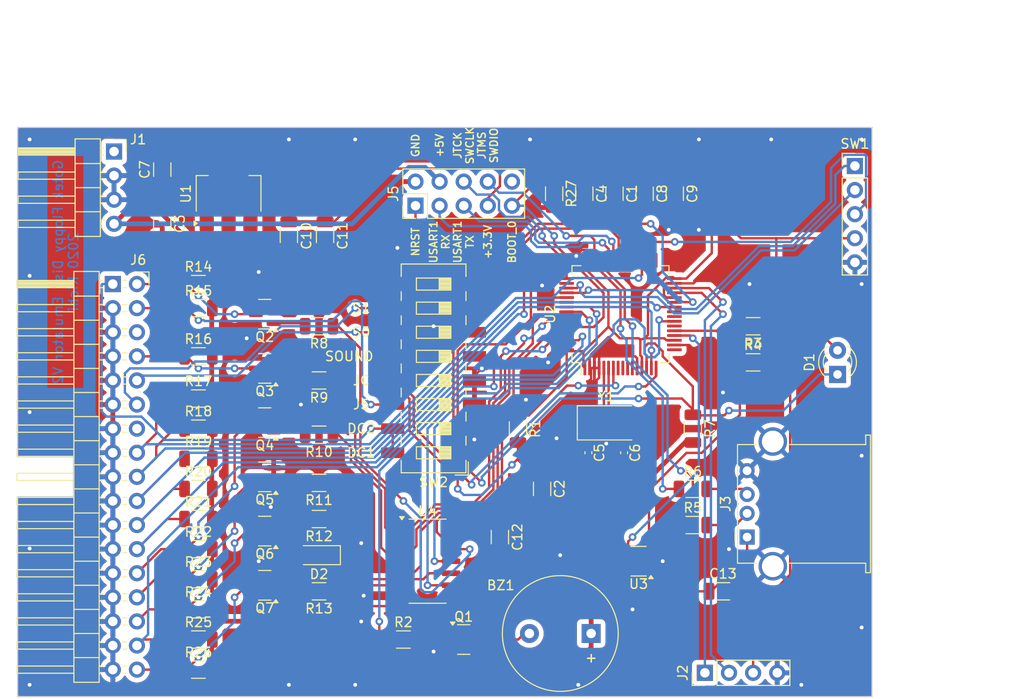
<source format=kicad_pcb>
(kicad_pcb (version 20240108) (generator "pcbnew") (generator_version "8.0")
  (title_block (title "Gotek Floppy Disk Emulator V2") (date "2020-10-28") (company "Richi"))
  (layers (0 "F.Cu" signal) (31 "B.Cu" signal) (34 "B.Paste" user) (35 "F.Paste" user) (36 "B.SilkS" user "B.Silkscreen") (37 "F.SilkS" user "F.Silkscreen") (38 "B.Mask" user) (39 "F.Mask" user) (44 "Edge.Cuts" user))
  (net 0 "")
  (net 1 "+5V")
  (net 2 "GNDD")
  (net 3 "+3V3")
  (net 4 "NRST")
  (net 5 "FPI5V_DSELn")
  (net 6 "Net-(BZ1-+)")
  (net 7 "BOOT_0")
  (net 8 "JTMS-SWDIO")
  (net 9 "JTCK-SWCLK")
  (net 10 "USART1_TX")
  (net 11 "USART1_RX")
  (net 12 "FPI5V_SIDEn")
  (net 13 "FPI5V_WGATEn")
  (net 14 "FPI5V_WDATAn")
  (net 15 "FPI5V_STEPn")
  (net 16 "FPI5V_DIRn")
  (net 17 "MOTOR_SIGNAL")
  (net 18 "Net-(U2-PD0)")
  (net 19 "Net-(U2-PD1)")
  (net 20 "SOUND")
  (net 21 "Net-(R8-Pad1)")
  (net 22 "Net-(R9-Pad1)")
  (net 23 "Net-(R10-Pad1)")
  (net 24 "Net-(R11-Pad1)")
  (net 25 "Net-(R13-Pad1)")
  (net 27 "JUMPER_JC")
  (net 28 "JUMPER_JB")
  (net 30 "FPO3V_RDDATAn")
  (net 31 "FPO3V_READYn")
  (net 32 "FPO3V_WPTn")
  (net 33 "FPO3V_TRK00n")
  (net 34 "FPO3V_DSKCHGn")
  (net 35 "FPO3V_INDEXn")
  (net 36 "Net-(J3-VBUS)")
  (net 37 "Net-(D1-A)")
  (net 38 "Net-(D2-K)")
  (net 39 "Net-(D2-A)")
  (net 41 "Net-(J2-SCL)")
  (net 42 "Net-(J2-SDA)")
  (net 43 "Net-(J3-D-)")
  (net 44 "Net-(J3-D+)")
  (net 46 "Net-(J6-Pin_28)")
  (net 47 "Net-(J6-Pin_2)")
  (net 49 "Net-(J6-Pin_26)")
  (net 50 "Net-(J6-Pin_30)")
  (net 51 "Net-(J6-Pin_1)")
  (net 52 "Net-(J6-Pin_10)")
  (net 53 "Net-(J6-Pin_4)")
  (net 55 "Net-(J6-Pin_8)")
  (net 56 "Net-(J6-Pin_12)")
  (net 57 "Net-(J6-Pin_34)")
  (net 58 "Net-(Q1-B)")
  (net 59 "Net-(Q2-G)")
  (net 60 "Net-(Q3-G)")
  (net 61 "Net-(Q4-G)")
  (net 62 "Net-(Q5-G)")
  (net 63 "Net-(Q7-G)")
  (net 64 "Net-(U2-PA5)")
  (net 65 "Net-(U2-PA11)")
  (net 66 "Net-(U2-PA12)")
  (net 67 "Net-(SW1-CLK)")
  (net 68 "Net-(SW1-SW)")
  (net 69 "Net-(SW1-DT)")
  (net 78 "Net-(U2-PA4)")
  (footprint "Gotek_Floppy_Disk_Emulator_V2:Buzzer_12x9.5RM6.5" (layer "F.Cu") (at 142.325 109.22 180)
    (property "Reference" "BZ1")
    (property "Value" "5V Passive Buzzer 12mm")
  )
  (footprint "Capacitor_SMD:C_1206_3216Metric" (layer "F.Cu") (at 144.78 62.865 -90)
    (property "Reference" "C1")
    (property "Value" "100nF")
  )
  (footprint "Capacitor_SMD:C_1206_3216Metric" (layer "F.Cu") (at 137.16 93.98 -90)
    (property "Reference" "C2")
    (property "Value" "100nF")
  )
  (footprint "Capacitor_SMD:C_1206_3216Metric" (layer "F.Cu") (at 141.605 62.865 -90)
    (property "Reference" "C4")
    (property "Value" "100nF")
  )
  (footprint "Capacitor_SMD:C_0402_1005Metric" (layer "F.Cu") (at 142.0368 90.17 -90)
    (property "Reference" "C5")
    (property "Value" "22pF")
  )
  (footprint "Capacitor_SMD:C_0402_1005Metric" (layer "F.Cu") (at 145.796 90.17 -90)
    (property "Reference" "C6")
    (property "Value" "22pF")
  )
  (footprint "Capacitor_SMD:C_1206_3216Metric" (layer "F.Cu") (at 97.155 60.325 90)
    (property "Reference" "C7")
    (property "Value" "100nF")
  )
  (footprint "Capacitor_SMD:C_1206_3216Metric" (layer "F.Cu") (at 147.955 62.865 -90)
    (property "Reference" "C8")
    (property "Value" "100nF")
  )
  (footprint "Capacitor_SMD:C_1206_3216Metric" (layer "F.Cu") (at 151.13 62.865 -90)
    (property "Reference" "C9")
    (property "Value" "100nF")
  )
  (footprint "Capacitor_SMD:C_1206_3216Metric" (layer "F.Cu") (at 110.49 67.31 -90)
    (property "Reference" "C10")
    (property "Value" "100nF")
  )
  (footprint "Capacitor_SMD:C_1206_3216Metric" (layer "F.Cu") (at 114.3 67.31 -90)
    (property "Reference" "C11")
    (property "Value" "10uF")
  )
  (footprint "Capacitor_SMD:C_1206_3216Metric" (layer "F.Cu") (at 132.715 99.06 -90)
    (property "Reference" "C12")
    (property "Value" "100nF")
  )
  (footprint "Capacitor_SMD:C_1206_3216Metric" (layer "F.Cu") (at 156.21 104.775)
    (property "Reference" "C13")
    (property "Value" "4.7uF/16V")
  )
  (footprint "Diode_SMD:D_SOD-123" (layer "F.Cu") (at 113.665 100.965 180)
    (property "Reference" "D2")
    (property "Value" "1N4148")
  )
  (footprint "Gotek_Floppy_Disk_Emulator_V2:USB_A_Stewart_SS-52100-001_Horizontal" (layer "F.Cu") (at 158.75 99.06 90)
    (property "Reference" "J3")
    (property "Value" "USB_A")
  )
  (footprint "Connector_PinHeader_2.54mm:PinHeader_2x05_P2.54mm_Vertical" (layer "F.Cu") (at 123.825 64.135 90)
    (property "Reference" "J5")
    (property "Value" "Programming Connector")
  )
  (footprint "Package_TO_SOT_SMD:SOT-23" (layer "F.Cu") (at 128.905 109.855)
    (property "Reference" "Q1")
    (property "Value" "MMBT2222")
  )
  (footprint "Package_TO_SOT_SMD:SOT-23" (layer "F.Cu") (at 107.95 75.565 180)
    (property "Reference" "Q2")
    (property "Value" "BSS123")
  )
  (footprint "Package_TO_SOT_SMD:SOT-23" (layer "F.Cu") (at 107.95 81.28 180)
    (property "Reference" "Q3")
    (property "Value" "BSS123")
  )
  (footprint "Package_TO_SOT_SMD:SOT-23" (layer "F.Cu") (at 107.95 86.995 180)
    (property "Reference" "Q4")
    (property "Value" "BSS123")
  )
  (footprint "Package_TO_SOT_SMD:SOT-23" (layer "F.Cu") (at 107.95 92.71 180)
    (property "Reference" "Q5")
    (property "Value" "BSS123")
  )
  (footprint "Package_TO_SOT_SMD:SOT-23" (layer "F.Cu") (at 107.95 98.425 180)
    (property "Reference" "Q6")
    (property "Value" "BSS123")
  )
  (footprint "Package_TO_SOT_SMD:SOT-23" (layer "F.Cu") (at 107.95 104.14 180)
    (property "Reference" "Q7")
    (property "Value" "BSS123")
  )
  (footprint "Resistor_SMD:R_1206_3216Metric" (layer "F.Cu") (at 134.62 87.63 -90)
    (property "Reference" "R1")
    (property "Value" "4K7")
  )
  (footprint "Resistor_SMD:R_1206_3216Metric" (layer "F.Cu") (at 122.555 109.855)
    (property "Reference" "R2")
    (property "Value" "1K")
  )
  (footprint "Resistor_SMD:R_1206_3216Metric" (layer "F.Cu") (at 159.385 76.835 180)
    (property "Reference" "R3")
    (property "Value" "1K")
  )
  (footprint "Resistor_SMD:R_1206_3216Metric" (layer "F.Cu") (at 159.385 80.645)
    (property "Reference" "R4")
    (property "Value" "10K")
  )
  (footprint "Resistor_SMD:R_1206_3216Metric" (layer "F.Cu") (at 153.035 97.79)
    (property "Reference" "R5")
    (property "Value" "22R")
  )
  (footprint "Resistor_SMD:R_1206_3216Metric" (layer "F.Cu") (at 153.035 93.98)
    (property "Reference" "R6")
    (property "Value" "22R")
  )
  (footprint "Resistor_SMD:R_1206_3216Metric" (layer "F.Cu") (at 153.035 87.63 -90)
    (property "Reference" "R7")
    (property "Value" "1K")
  )
  (footprint "Resistor_SMD:R_1206_3216Metric" (layer "F.Cu") (at 113.665 76.835 180)
    (property "Reference" "R8")
    (property "Value" "1K")
  )
  (footprint "Resistor_SMD:R_1206_3216Metric" (layer "F.Cu") (at 113.665 82.55 180)
    (property "Reference" "R9")
    (property "Value" "1K")
  )
  (footprint "Resistor_SMD:R_1206_3216Metric" (layer "F.Cu") (at 113.665 93.345 180)
    (property "Reference" "R11")
    (property "Value" "1K")
  )
  (footprint "Resistor_SMD:R_1206_3216Metric" (layer "F.Cu") (at 113.665 97.155 180)
    (property "Reference" "R12")
    (property "Value" "1K")
  )
  (footprint "Resistor_SMD:R_1206_3216Metric" (layer "F.Cu") (at 113.665 104.775 180)
    (property "Reference" "R13")
    (property "Value" "1K")
  )
  (footprint "Resistor_SMD:R_1206_3216Metric" (layer "F.Cu") (at 100.965 72.39)
    (property "Reference" "R14")
    (property "Value" "1K")
  )
  (footprint "Resistor_SMD:R_1206_3216Metric" (layer "F.Cu") (at 100.965 74.93)
    (property "Reference" "R15")
    (property "Value" "1K")
  )
  (footprint "Resistor_SMD:R_1206_3216Metric" (layer "F.Cu") (at 100.965 80.01)
    (property "Reference" "R16")
    (property "Value" "1K")
  )
  (footprint "Resistor_SMD:R_1206_3216Metric" (layer "F.Cu") (at 100.965 84.455)
    (property "Reference" "R17")
    (property "Value" "1K")
  )
  (footprint "Resistor_SMD:R_1206_3216Metric" (layer "F.Cu") (at 100.965 87.63)
    (property "Reference" "R18")
    (property "Value" "1K")
  )
  (footprint "Resistor_SMD:R_1206_3216Metric" (layer "F.Cu") (at 100.965 90.805)
    (property "Reference" "R19")
    (property "Value" "1K")
  )
  (footprint "Resistor_SMD:R_1206_3216Metric" (layer "F.Cu") (at 100.965 93.98)
    (property "Reference" "R20")
    (property "Value" "1K")
  )
  (footprint "Resistor_SMD:R_1206_3216Metric" (layer "F.Cu") (at 100.965 97.155)
    (property "Reference" "R21")
    (property "Value" "1K")
  )
  (footprint "Resistor_SMD:R_1206_3216Metric" (layer "F.Cu") (at 100.965 100.33)
    (property "Reference" "R22")
    (property "Value" "1K")
  )
  (footprint "Resistor_SMD:R_1206_3216Metric" (layer "F.Cu") (at 100.965 103.505)
    (property "Reference" "R23")
    (property "Value" "1K")
  )
  (footprint "Resistor_SMD:R_1206_3216Metric" (layer "F.Cu") (at 100.965 106.68)
    (property "Reference" "R24")
    (property "Value" "1K")
  )
  (footprint "Resistor_SMD:R_1206_3216Metric" (layer "F.Cu") (at 100.965 109.855)
    (property "Reference" "R25")
    (property "Value" "1K")
  )
  (footprint "Resistor_SMD:R_1206_3216Metric" (layer "F.Cu") (at 100.965 113.03)
    (property "Reference" "R26")
    (property "Value" "1K")
  )
  (footprint "Button_Switch_SMD:SW_DIP_SPSTx08_Slide_6.7x21.88mm_W8.61mm_P2.54mm_LowProfile" (layer "F.Cu") (at 125.73 81.28 180)
    (property "Reference" "SW2")
    (property "Value" "DIP Switch")
  )
  (footprint "Package_TO_SOT_SMD:SOT-223-3_TabPin2" (layer "F.Cu") (at 104.14 62.865 90)
    (property "Reference" "U1")
    (property "Value" "AMS1117-3.3")
  )
  (footprint "Gotek_Floppy_Disk_Emulator_V2:LQFP-64_10x10mm_P0.5mm" (layer "F.Cu") (at 145.415 75.565 90)
    (property "Reference" "U2")
    (property "Value" "STM32F105RBTx")
  )
  (footprint "Package_TO_SOT_SMD:SOT-23-5" (layer "F.Cu") (at 147.32 101.6 180)
    (property "Reference" "U3")
    (property "Value" "STMPS2141")
  )
  (footprint "Package_SO:SOIC-14_3.9x8.7mm_P1.27mm" (layer "F.Cu") (at 125.095 101.6)
    (property "Reference" "U4")
    (property "Value" "74HCT04")
  )
  (footprint "Gotek_Floppy_Disk_Emulator_V2:PinHeader_1x04_P2.54mm_Horizontal" (layer "F.Cu") (at 92.075 58.42)
    (property "Reference" "J1")
    (property "Value" "Power Connector")
  )
  (footprint "Gotek_Floppy_Disk_Emulator_V2:PinHeader_2x17_P2.54mm_Horizontal" (layer "F.Cu") (at 88.9 72.39)
    (property "Reference" "J6")
    (property "Value" "Floppy Data Connector")
  )
  (footprint "LED_THT:LED_D3.0mm" (layer "F.Cu") (at 168.275 81.915 90)
    (property "Reference" "D1")
    (property "Value" "LED Green")
  )
  (footprint "Gotek_Floppy_Disk_Emulator_V2:OLED_Display_0.91_Module" (layer "F.Cu") (at 154.305 113.365 90)
    (property "Reference" "J2")
    (property "Value" "OLED Display 0.91\" Module")
  )
  (footprint "Capacitor_SMD:C_1206_3216Metric" (layer "F.Cu") (at 97.155 66.04 -90)
    (property "Reference" "C3")
    (property "Value" "10uF")
  )
  (footprint "Crystal:Crystal_SMD_5032-2Pin_5.0x3.2mm" (layer "F.Cu") (at 143.9164 87.0204)
    (property "Reference" "Y1")
    (property "Value" "8MHz")
  )
  (footprint "Resistor_SMD:R_1206_3216Metric" (layer "F.Cu") (at 113.665 88.265 180)
    (property "Reference" "R10")
    (property "Value" "1K")
  )
  (footprint "Connector_PinHeader_2.54mm:PinHeader_1x05_P2.54mm_Vertical" (layer "F.Cu") (at 170.1038 59.944)
    (property "Reference" "SW1")
    (property "Value" "KY040 Rotary Encoder Module")
  )
  (footprint "Resistor_SMD:R_1206_3216Metric" (layer "F.Cu") (at 138.43 62.865 -90)
    (property "Reference" "R27")
    (property "Value" "10K")
  )
  (gr_line (start 81.915 115.88) (end 81.915 94.8) (stroke (width 0.12)) (layer "Edge.Cuts"))
  (gr_line (start 87.8 90.6) (end 81.915 90.6) (stroke (width 0.12)) (layer "Edge.Cuts"))
  (gr_line (start 81.915 55.88) (end 81.915 90.6) (stroke (width 0.12)) (layer "Edge.Cuts"))
  (gr_line (start 81.915 94.8) (end 87.8 94.8) (stroke (width 0.12)) (layer "Edge.Cuts"))
  (gr_line (start 171.915 55.88) (end 171.915 115.88) (stroke (width 0.12)) (layer "Edge.Cuts"))
  (gr_line (start 171.915 115.88) (end 81.915 115.88) (stroke (width 0.12)) (layer "Edge.Cuts"))
  (gr_line (start 87.8 94.8) (end 87.8 90.6) (stroke (width 0.12)) (layer "Edge.Cuts"))
  (gr_line (start 81.915 55.88) (end 171.915 55.88) (stroke (width 0.12)) (layer "Edge.Cuts"))
  (gr_text "Gotek Floppy Disk Emulator V2\n2020 Richi" (at 86.995 71.12 90) (layer "B.Cu") (effects (font (size 1 1)) (justify mirror)))
  (gr_text "+5V" (at 126.365 57.785 90) (layer "F.SilkS") (effects (font (size 0.8 0.8))))
  (gr_text "JTCK\nSWCLK" (at 128.905 57.785 90) (layer "F.SilkS") (effects (font (size 0.8 0.8))))
  (gr_text "JTMS\nSWDIO" (at 131.445 57.785 90) (layer "F.SilkS") (effects (font (size 0.8 0.8))))
  (gr_text "NRST" (at 123.825 67.945 90) (layer "F.SilkS") (effects (font (size 0.8 0.8))))
  (gr_text "USART1\nRX" (at 126.365 67.945 90) (layer "F.SilkS") (effects (font (size 0.8 0.8))))
  (gr_text "USART1\nTX" (at 128.905 67.945 90) (layer "F.SilkS") (effects (font (size 0.8 0.8))))
  (gr_text "+3.3V" (at 131.445 67.945 90) (layer "F.SilkS") (effects (font (size 0.8 0.8))))
  (gr_text "BOOT_0" (at 133.985 67.945 90) (layer "F.SilkS") (effects (font (size 0.8 0.8))))
  (gr_text "DC2" (at 118.11 87.63 0) (layer "F.SilkS") (effects (font (size 1 1))))
  (gr_text "J5" (at 118.11 85.09 0) (layer "F.SilkS") (effects (font (size 1 1))))
  (gr_text "JC" (at 118.11 82.55 0) (layer "F.SilkS") (effects (font (size 1 1))))
  (gr_text "SOUND" (at 116.84 80.01 0) (layer "F.SilkS") (effects (font (size 1 1))))
  (gr_text "S0" (at 118.11 77.47 0) (layer "F.SilkS") (effects (font (size 1 1))))
  (gr_text "S1" (at 118.11 74.93 0) (layer "F.SilkS") (effects (font (size 1 1))))
  (gr_text "GND" (at 123.825 57.785 90) (layer "F.SilkS") (effects (font (size 0.8 0.8))))
  (gr_text "DC1" (at 118.11 90.17 0) (layer "F.SilkS") (effects (font (size 1 1))))
  (segment (start 96.39 61.725) (end 97.155 61.725) (width 0.5) (layer "F.Cu") (net 1))
  (segment (start 152.27 89.03) (end 147.57501 93.72499) (width 0.5) (layer "F.Cu") (net 1))
  (segment (start 142.745 97.66) (end 133.59 97.66) (width 0.5) (layer "F.Cu") (net 1))
  (segment (start 120.996002 113.03) (end 140.015 113.03) (width 0.5) (layer "F.Cu") (net 1))
  (segment (start 102.365 72.39) (end 102.365 113.03) (width 0.5) (layer "F.Cu") (net 1))
  (segment (start 127.57 97.79) (end 130.175 97.79) (width 0.5) (layer "F.Cu") (net 1))
  (segment (start 140.015 113.03) (end 142.325 110.72) (width 0.5) (layer "F.Cu") (net 1))
  (segment (start 153.035 89.03) (end 152.27 89.03) (width 0.5) (layer "F.Cu") (net 1))
  (segment (start 92.075 66.04) (end 96.39 61.725) (width 0.5) (layer "F.Cu") (net 1))
  (segment (start 146.04281 97.66) (end 144.65 97.66) (width 0.5) (layer "F.Cu") (net 1))
  (segment (start 102.365 108.98) (end 103.415001 107.929999) (width 0.5) (layer "F.Cu") (net 1))
  (segment (start 102.365 109.855) (end 102.365 108.98) (width 0.5) (layer "F.Cu") (net 1))
  (segment (start 115.896001 107.929999) (end 120.996002 113.03) (width 0.5) (layer "F.Cu") (net 1))
  (segment (start 147.57501 96.1278) (end 146.04281 97.66) (width 0.5) (layer "F.Cu") (net 1))
  (segment (start 130.175 97.79) (end 132.585 97.79) (width 0.5) (layer "F.Cu") (net 1))
  (segment (start 105.375 68.58) (end 106.44 67.515) (width 0.5) (layer "F.Cu") (net 1))
  (segment (start 97.155 64.64) (end 97.155 65.02577) (width 0.5) (layer "F.Cu") (net 1))
  (segment (start 132.585 97.79) (end 132.715 97.66) (width 0.5) (layer "F.Cu") (net 1))
  (segment (start 142.325 97.79) (end 142.325 102.235) (width 0.5) (layer "F.Cu") (net 1))
  (segment (start 133.59 97.66) (end 132.715 97.66) (width 0.5) (layer "F.Cu") (net 1))
  (segment (start 102.365 72.39) (end 102.365 68.71) (width 0.5) (layer "F.Cu") (net 1))
  (segment (start 142.325 102.235) (end 142.64 102.55) (width 0.5) (layer "F.Cu") (net 1))
  (segment (start 147.57501 93.72499) (end 147.57501 96.1278) (width 0.5) (layer "F.Cu") (net 1))
  (segment (start 102.235 68.58) (end 105.375 68.58) (width 0.5) (layer "F.Cu") (net 1))
  (segment (start 144.65 97.66) (end 142.745 97.66) (width 0.5) (layer "F.Cu") (net 1))
  (segment (start 103.415001 107.929999) (end 115.896001 107.929999) (width 0.5) (layer "F.Cu") (net 1))
  (segment (start 132.715 97.66) (end 131.84 97.66) (width 0.5) (layer "F.Cu") (net 1))
  (segment (start 142.325 110.72) (end 142.325 109.22) (width 0.5) (layer "F.Cu") (net 1))
  (segment (start 106.44 66.015) (end 106.44 67.515) (width 0.5) (layer "F.Cu") (net 1))
  (segment (start 142.64 102.55) (end 146.22 102.55) (width 0.5) (layer "F.Cu") (net 1))
  (segment (start 97.155 61.725) (end 97.155 64.64) (width 0.5) (layer "F.Cu") (net 1))
  (segment (start 102.365 68.71) (end 102.235 68.58) (width 0.5) (layer "F.Cu") (net 1))
  (segment (start 102.26 112.925) (end 102.365 113.03) (width 0.5) (layer "F.Cu") (net 1))
  (segment (start 142.325 102.235) (end 142.325 109.22) (width 0.5) (layer "F.Cu") (net 1))
  (segment (start 97.155 65.02577) (end 100.70923 68.58) (width 0.5) (layer "F.Cu") (net 1))
  (segment (start 100.70923 68.58) (end 102.235 68.58) (width 0.5) (layer "F.Cu") (net 1))
  (segment (start 117.159998 66.04) (end 123.104999 60.094999) (width 0.5) (layer "B.Cu") (net 1))
  (segment (start 125.515001 60.745001) (end 126.365 61.595) (width 0.5) (layer "B.Cu") (net 1))
  (segment (start 123.104999 60.094999) (end 124.864999 60.094999) (width 0.5) (layer "B.Cu") (net 1))
  (segment (start 124.864999 60.094999) (end 125.515001 60.745001) (width 0.5) (layer "B.Cu") (net 1))
  (segment (start 92.075 66.04) (end 117.159998 66.04) (width 0.5) (layer "B.Cu") (net 1))
  (segment (start 142.875 80.01) (end 143.256 80.01) (width 0.25) (layer "F.Cu") (net 2))
  (segment (start 142.665 80.22) (end 142.875 80.01) (width 0.25) (layer "F.Cu") (net 2))
  (segment (start 143.165 81.24) (end 143.165 80.101) (width 0.25) (layer "F.Cu") (net 2))
  (segment (start 137.795 80.645) (end 137.795 79.919298) (width 0.25) (layer "F.Cu") (net 2))
  (segment (start 147.165 80.205812) (end 147.165 81.24) (width 0.25) (layer "F.Cu") (net 2))
  (segment (start 143.165 80.101) (end 143.256 80.01) (width 0.25) (layer "F.Cu") (net 2))
  (segment (start 138.899298 78.815) (end 138.965 78.815) (width 0.25) (layer "F.Cu") (net 2))
  (segment (start 152.671998 78.815) (end 153.231998 79.375) (width 0.25) (layer "F.Cu") (net 2))
  (segment (start 142.665 82.76) (end 142.24 83.185) (width 0.25) (layer "F.Cu") (net 2))
  (segment (start 130.035 82.55) (end 130.035 82.055) (width 0.25) (layer "F.Cu") (net 2))
  (segment (start 146.969188 80.01) (end 147.165 80.205812) (width 0.25) (layer "F.Cu") (net 2))
  (segment (start 142.24 80.01) (end 142.875 80.01) (width 0.25) (layer "F.Cu") (net 2))
  (segment (start 149.98999 72.574308) (end 149.98999 73.555692) (width 0.25) (layer "F.Cu") (net 2))
  (segment (start 138.435 73.815) (end 137.16 72.54) (width 0.25) (layer "F.Cu") (net 2))
  (segment (start 142.665 81.24) (end 143.165 81.24) (width 0.25) (layer "F.Cu") (net 2))
  (segment (start 151.09 72.315) (end 150.249298 72.315) (width 0.25) (layer "F.Cu") (net 2))
  (segment (start 153.11 72.315) (end 153.67 71.755) (width 0.25) (layer "F.Cu") (net 2))
  (segment (start 148.42 101.6) (end 149.86 101.6) (width 0.25) (layer "F.Cu") (net 2))
  (segment (start 142.165 81.24) (end 142.165 80.085) (width 0.25) (layer "F.Cu") (net 2))
  (segment (start 151.09 78.815) (end 152.671998 78.815) (width 0.25) (layer "F.Cu") (net 2))
  (segment (start 150.315 73.815) (end 151.09 73.815) (width 0.25) (layer "F.Cu") (net 2))
  (segment (start 142.24 83.185) (end 142.315 83.11) (width 0.25) (layer "F.Cu") (net 2))
  (segment (start 141.352958 68.78999) (end 140.754097 69.388851) (width 0.25) (layer "F.Cu") (net 2))
  (segment (start 139.74 73.815) (end 138.435 73.815) (width 0.25) (layer "F.Cu") (net 2))
  (segment (start 151.09 72.315) (end 153.11 72.315) (width 0.25) (layer "F.Cu") (net 2))
  (segment (start 140.754097 69.388851) (end 140.754097 69.430903) (width 0.25) (layer "F.Cu") (net 2))
  (segment (start 143.256 80.01) (end 146.969188 80.01) (width 0.25) (layer "F.Cu") (net 2))
  (segment (start 150.249298 73.815) (end 150.315 73.815) (width 0.25) (layer "F.Cu") (net 2))
  (segment (start 138.965 78.815) (end 139.74 78.815) (width 0.25) (layer "F.Cu") (net 2))
  (segment (start 130.035 82.055) (end 130.81 81.28) (width 0.25) (layer "F.Cu") (net 2))
  (segment (start 142.165 69.049298) (end 141.905692 68.78999) (width 0.25) (layer "F.Cu") (net 2))
  (segment (start 150.249298 72.315) (end 149.98999 72.574308) (width 0.25) (layer "F.Cu") (net 2))
  (segment (start 141.905692 68.78999) (end 141.352958 68.78999) (width 0.25) (layer "F.Cu") (net 2))
  (segment (start 143.165 81.24) (end 143.165 82.26) (width 0.25) (layer "F.Cu") (net 2))
  (segment (start 142.665 81.24) (end 142.665 80.22) (width 0.25) (layer "F.Cu") (net 2))
  (segment (start 142.665 81.24) (end 142.665 82.76) (width 0.25) (layer "F.Cu") (net 2))
  (segment (start 142.165 69.89) (end 142.165 69.049298) (width 0.25) (layer "F.Cu") (net 2))
  (segment (start 142.165 81.24) (end 142.315 81.39) (width 0.25) (layer "F.Cu") (net 2))
  (segment (start 142.165 80.085) (end 142.24 80.01) (width 0.25) (layer "F.Cu") (net 2))
  (segment (start 149.98999 73.555692) (end 150.249298 73.815) (width 0.25) (layer "F.Cu") (net 2))
  (segment (start 142.165 81.24) (end 142.665 81.24) (width 0.25) (layer "F.Cu") (net 2))
  (segment (start 153.231998 79.375) (end 156.21 79.375) (width 0.25) (layer "F.Cu") (net 2))
  (segment (start 137.795 79.919298) (end 138.899298 78.815) (width 0.25) (layer "F.Cu") (net 2))
  (segment (start 142.315 81.39) (end 142.315 83.11) (width 0.25) (layer "F.Cu") (net 2))
  (segment (start 143.165 82.26) (end 142.24 83.185) (width 0.25) (layer "F.Cu") (net 2))
  (via (at 83.185 71.52) (size 0.8) (drill 0.4) (layers "F.Cu" "B.Cu") (net 2))
  (via (at 83.185 85.89) (size 0.8) (drill 0.4) (layers "F.Cu" "B.Cu") (net 2))
  (via (at 83.185 100.26) (size 0.8) (drill 0.4) (layers "F.Cu" "B.Cu") (net 2))
  (via (at 83.185 114.63) (size 0.8) (drill 0.4) (layers "F.Cu" "B.Cu") (net 2))
  (via (at 153.67 57.15) (size 0.8) (drill 0.4) (layers "F.Cu" "B.Cu") (net 2))
  (via (at 170.815 57.15) (size 0.8) (drill 0.4) (layers "F.Cu" "B.Cu") (net 2))
  (via (at 111.76 85.09) (size 0.8) (drill 0.4) (layers "F.Cu" "B.Cu") (net 2))
  (via (at 139.065 100.965) (size 0.8) (drill 0.4) (layers "F.Cu" "B.Cu") (net 2))
  (via (at 121.92 68.58) (size 0.8) (drill 0.4) (layers "F.Cu" "B.Cu") (net 2))
  (via (at 125.73 76.835) (size 0.8) (drill 0.4) (layers "F.Cu" "B.Cu") (net 2))
  (via (at 137.16 72.54) (size 0.8) (drill 0.4) (layers "F.Cu" "B.Cu") (net 2))
  (via (at 110.49 57.15) (size 0.8) (drill 0.4) (layers "F.Cu" "B.Cu") (net 2))
  (via (at 135.89 57.15) (size 0.8) (drill 0.4) (layers "F.Cu" "B.Cu") (net 2))
  (via (at 106.045 78.105) (size 0.8) (drill 0.4) (layers "F.Cu" "B.Cu") (net 2))
  (via (at 164.465 114.63) (size 0.8) (drill 0.4) (layers "F.Cu" "B.Cu") (net 2))
  (via (at 107.315 101.6) (size 0.8) (drill 0.4) (layers "F.Cu" "B.Cu") (net 2))
  (via (at 130.81 81.28) (size 0.8) (drill 0.4) (layers "F.Cu" "B.Cu") (net 2))
  (via (at 156.21 83.82) (size 0.8) (drill 0.4) (layers "F.Cu" "B.Cu") (net 2))
  (via (at 118.11 107.95) (size 0.8) (drill 0.4) (layers "F.Cu" "B.Cu") (net 2))
  (via (at 150.495 66.675) (size 0.8) (drill 0.4) (layers "F.Cu" "B.Cu") (net 2))
  (via (at 108.585 95.885) (size 0.8) (drill 0.4) (layers "F.Cu" "B.Cu") (net 2))
  (via (at 140.754097 69.430903) (size 0.8) (drill 0.4) (layers "F.Cu" "B.Cu") (net 2))
  (via (at 170.815 90.485) (size 0.8) (drill 0.4) (layers "F.Cu" "B.Cu") (net 2))
  (via (at 117.475 114.63) (size 0.8) (drill 0.4) (layers "F.Cu" "B.Cu") (net 2))
  (via (at 118.11 99.695) (size 0.8) (drill 0.4) (layers "F.Cu" "B.Cu") (net 2))
  (via (at 137.795 80.645) (size 0.8) (drill 0.4) (layers "F.Cu" "B.Cu") (net 2))
  (via (at 170.815 108.585) (size 0.8) (drill 0.4) (layers "F.Cu" "B.Cu") (net 2))
  (via (at 153.67 66.675) (size 0.8) (drill 0.4) (layers "F.Cu" "B.Cu") (net 2))
  (via (at 140.97 114.63) (size 0.8) (drill 0.4) (layers "F.Cu" "B.Cu") (net 2))
  (via (at 118.364 105.2322) (size 0.8) (drill 0.4) (layers "F.Cu" "B.Cu") (net 2))
  (via (at 156.845 100.33) (size 0.8) (drill 0.4) (layers "F.Cu" "B.Cu") (net 2))
  (via (at 170.815 72.39) (size 0.8) (drill 0.4) (layers "F.Cu" "B.Cu") (net 2))
  (via (at 143.9164 89.2048) (size 0.8) (drill 0.4) (layers "F.Cu" "B.Cu") (net 2))
  (via (at 149.86 101.6) (size 0.8) (drill 0.4) (layers "F.Cu" "B.Cu") (net 2))
  (via (at 125.73 111.125) (size 0.8) (drill 0.4) (layers "F.Cu" "B.Cu") (net 2))
  (via (at 146.685 106.68) (size 0.8) (drill 0.4) (layers "F.Cu" "B.Cu") (net 2))
  (via (at 130.0226 88.773) (size 0.8) (drill 0.4) (layers "F.Cu" "B.Cu") (net 2))
  (via (at 107.315 71.12) (size 0.8) (drill 0.4) (layers "F.Cu" "B.Cu") (net 2))
  (via (at 135.4582 84.582) (size 0.8) (drill 0.4) (layers "F.Cu" "B.Cu") (net 2))
  (via (at 138.684 88.646) (size 0.8) (drill 0.4) (layers "F.Cu" "B.Cu") (net 2))
  (via (at 161.29 57.15) (size 0.8) (drill 0.4) (layers "F.Cu" "B.Cu") (net 2))
  (via (at 117.475 57.15) (size 0.8) (drill 0.4) (layers "F.Cu" "B.Cu") (net 2))
  (via (at 159.004 72.39) (size 0.8) (drill 0.4) (layers "F.Cu" "B.Cu") (net 2))
  (via (at 83.185 57.15) (size 0.8) (drill 0.4) (layers "F.Cu" "B.Cu") (net 2))
  (via (at 110.49 114.63) (size 0.8) (drill 0.4) (layers "F.Cu" "B.Cu") (net 2))
  (segment (start 130.81 81.28) (end 136.614996 81.28) (width 0.25) (layer "B.Cu") (net 2))
  (segment (start 136.614996 81.28) (end 137.16 81.28) (width 0.25) (layer "B.Cu") (net 2))
  (segment (start 137.16 81.28) (end 137.795 80.645) (width 0.25) (layer "B.Cu") (net 2))
  (segment (start 139.75 82.246) (end 139.75 79.325) (width 0.25) (layer "F.Cu") (net 3))
  (segment (start 132.715 62.064002) (end 132.715 60.325) (width 0.25) (layer "F.Cu") (net 3))
  (segment (start 159.385 113.365) (end 159.385 106.906002) (width 0.25) (layer "F.Cu") (net 3))
  (segment (start 104.14 64.135) (end 104.14 59.715) (width 0.5) (layer "F.Cu") (net 3))
  (segment (start 147.665 80.069402) (end 147.504999 79.909401) (width 0.25) (layer "F.Cu") (net 3))
  (segment (start 151.09 71.815) (end 150.94 71.665) (width 0.25) (layer "F.Cu") (net 3))
  (segment (start 158.61 76.835) (end 160.785 79.01) (width 0.25) (layer "F.Cu") (net 3))
  (segment (start 139.89 79.465) (end 141.515 79.465) (width 0.25) (layer "F.Cu") (net 3))
  (segment (start 161.798 67.564) (end 168.901719 67.564) (width 0.25) (layer "F.Cu") (net 3))
  (segment (start 152.005 61.465) (end 151.13 61.465) (width 0.25) (layer "F.Cu") (net 3))
  (segment (start 104.14 66.015) (end 104.14 64.135) (width 0.5) (layer "F.Cu") (net 3))
  (segment (start 150.509999 60.219999) (end 151.13 60.84) (width 0.25) (layer "F.Cu") (net 3))
  (segment (start 158.61 76.835) (end 161.830001 73.614999) (width 0.25) (layer "F.Cu") (net 3))
  (segment (start 155.030001 69.124999) (end 155.030001 64.490001) (width 0.25) (layer "F.Cu") (net 3))
  (segment (start 159.385 106.906002) (end 163.285001 103.006001) (width 0.25) (layer "F.Cu") (net 3))
  (segment (start 151.13 60.84) (end 151.13 61.465) (width 0.25) (layer "F.Cu") (net 3))
  (segment (start 161.41 80.645) (end 160.785 80.645) (width 0.25) (layer "F.Cu") (net 3))
  (segment (start 144.145 73.210702) (end 141.665 70.730702) (width 0.25) (layer "F.Cu") (net 3))
  (segment (start 163.285001 82.520001) (end 161.41 80.645) (width 0.25) (layer "F.Cu") (net 3))
  (segment (start 141.605 61.465) (end 141.605 60.325) (width 0.25) (layer "F.Cu") (net 3))
  (segment (start 147.955 78.105) (end 147.574 78.232) (width 0.25) (layer "F.Cu") (net 3))
  (segment (start 155.030001 64.490001) (end 152.005 61.465) (width 0.25) (layer "F.Cu") (net 3))
  (segment (start 114.3 65.91) (end 115.175 65.91) (width 0.25) (layer "F.Cu") (net 3))
  (segment (start 131.445 64.135) (end 131.445 63.334002) (width 0.25) (layer "F.Cu") (net 3))
  (segment (start 141.515 79.465) (end 141.575681 79.465) (width 0.25) (layer "F.Cu") (net 3))
  (segment (start 158.104 67.564) (end 157.239 66.699) (width 0.25) (layer "F.Cu") (net 3))
  (segment (start 150.039298 78.105) (end 147.955 78.105) (width 0.25) (layer "F.Cu") (net 3))
  (segment (start 152.34 71.815) (end 151.09 71.815) (width 0.25) (layer "F.Cu") (net 3))
  (segment (start 147.574 78.232) (end 147.32 78.105) (width 0.25) (layer "F.Cu") (net 3))
  (segment (start 147.665 81.24) (end 147.665 80.069402) (width 0.25) (layer "F.Cu") (net 3))
  (segment (start 160.785 79.77) (end 160.785 80.645) (width 0.25) (layer "F.Cu") (net 3))
  (segment (start 144.78 60.84) (end 144.78 60.325) (width 0.25) (layer "F.Cu") (net 3))
  (segment (start 104.14 64.135) (end 109.34 64.135) (width 0.5) (layer "F.Cu") (net 3))
  (segment (start 152.34 71.815) (end 155.030001 69.124999) (width 0.25) (layer "F.Cu") (net 3))
  (segment (start 144.78 61.465) (end 144.78 60.84) (width 0.25) (layer "F.Cu") (net 3))
  (segment (start 145.354319 78.105) (end 144.145 76.895681) (width 0.25) (layer "F.Cu") (net 3))
  (segment (start 131.445 63.334002) (end 132.715 62.064002) (width 0.25) (layer "F.Cu") (net 3))
  (segment (start 157.985 76.835) (end 158.61 76.835) (width 0.25) (layer "F.Cu") (net 3))
  (segment (start 148.311546 73.616342) (end 148.311546 77.748454) (width 0.25) (layer "F.Cu") (net 3))
  (segment (start 141.665 70.665) (end 141.665 69.89) (width 0.25) (layer "F.Cu") (net 3))
  (segment (start 148.311546 77.748454) (end 147.955 78.105) (width 0.25) (layer "F.Cu") (net 3))
  (segment (start 150.262888 71.665) (end 148.311546 73.616342) (width 0.25) (layer "F.Cu") (net 3))
  (segment (start 150.249298 78.315) (end 150.039298 78.105) (width 0.25) (layer "F.Cu") (net 3))
  (segment (start 134.62 86.23) (end 135.766 86.23) (width 0.25) (layer "F.Cu") (net 3))
  (segment (start 141.575681 79.465) (end 144.145 76.895681) (width 0.25) (layer "F.Cu") (net 3))
  (segment (start 110.49 65.285) (end 110.49 65.91) (width 0.5) (layer "F.Cu") (net 3))
  (segment (start 139.74 79.315) (end 139.75 79.325) (width 0.25) (layer "F.Cu") (net 3))
  (segment (start 168.901719 67.564) (end 170.1038 67.564) (width 0.25) (layer "F.Cu") (net 3))
  (segment (start 147.504999 78.301001) (end 147.574 78.232) (width 0.25) (layer "F.Cu") (net 3))
  (segment (start 141.665 69.91) (end 141.665 69.89) (width 0.25) (layer "F.Cu") (net 3))
  (segment (start 120.865001 60.219999) (end 150.509999 60.219999) (width 0.25) (layer "F.Cu") (net 3))
  (segment (start 161.830001 73.614999) (end 161.830001 67.596001) (width 0.25) (layer "F.Cu") (net 3))
  (segment (start 141.68999 69.93499) (end 141.665 69.91) (width 0.25) (layer "F.Cu") (net 3))
  (segment (start 160.785 79.01) (end 160.785 79.77) (width 0.25) (layer "F.Cu") (net 3))
  (segment (start 115.175 65.91) (end 120.865001 60.219999) (width 0.25) (layer "F.Cu") (net 3))
  (segment (start 147.955 61.465) (end 147.955 60.325) (width 0.25) (layer "F.Cu") (net 3))
  (segment (start 141.665 70.730702) (end 141.665 70.665) (width 0.25) (layer "F.Cu") (net 3))
  (segment (start 139.75 79.325) (end 139.89 79.465) (width 0.25) (layer "F.Cu") (net 3))
  (segment (start 109.34 64.135) (end 110.49 65.285) (width 0.5) (layer "F.Cu") (net 3))
  (segment (start 147.504999 79.909401) (end 147.504999 78.301001) (width 0.25) (layer "F.Cu") (net 3))
  (segment (start 161.798 67.564) (end 158.104 67.564) (width 0.25) (layer "F.Cu") (net 3))
  (segment (start 151.09 78.315) (end 150.249298 78.315) (width 0.25) (layer "F.Cu") (net 3))
  (segment (start 150.94 71.665) (end 150.262888 71.665) (width 0.25) (layer "F.Cu") (net 3))
  (segment (start 161.830001 67.596001) (end 161.798 67.564) (width 0.25) (layer "F.Cu") (net 3))
  (segment (start 135.766 86.23) (end 139.75 82.246) (width 0.25) (layer "F.Cu") (net 3))
  (segment (start 147.32 78.105) (end 145.354319 78.105) (width 0.25) (layer "F.Cu") (net 3))
  (segment (start 141.515 81.09) (end 141.515 79.465) (width 0.25) (layer "F.Cu") (net 3))
  (segment (start 163.285001 103.006001) (end 163.285001 82.520001) (width 0.25) (layer "F.Cu") (net 3))
  (segment (start 157.239 66.699) (end 155.030001 64.490001) (width 0.25) (layer "F.Cu") (net 3))
  (segment (start 110.49 65.91) (end 114.3 65.91) (width 0.5) (layer "F.Cu") (net 3))
  (segment (start 141.665 81.24) (end 141.515 81.09) (width 0.25) (layer "F.Cu") (net 3))
  (segment (start 144.145 76.895681) (end 144.145 73.210702) (width 0.25) (layer "F.Cu") (net 3))
  (segment (start 123.825 77.47) (end 123.825 77.435002) (width 0.25) (layer "F.Cu") (net 4))
  (segment (start 120.329998 78.74) (end 122.555 78.74) (width 0.25) (layer "F.Cu") (net 4))
  (segment (start 134.62 90.915) (end 136.285 92.58) (width 0.25) (layer "F.Cu") (net 4))
  (segment (start 139.79 83.095) (end 140.97 83.095) (width 0.25) (layer "F.Cu") (net 4))
  (segment (start 123.19 84.489998) (end 122.585013 83.885011) (width 0.25) (layer "F.Cu") (net 4))
  (segment (start 119.429989 79.640009) (end 120.329998 78.74) (width 0.25) (layer "F.Cu") (net 4))
  (segment (start 133.985 91.44) (end 134.62 90.805) (width 0.25) (layer "F.Cu") (net 4))
  (segment (start 144.665 82.87) (end 144.665 81.24) (width 0.25) (layer "F.Cu") (net 4))
  (segment (start 136.285 92.58) (end 137.16 92.58) (width 0.25) (layer "F.Cu") (net 4))
  (segment (start 128.27 93.98) (end 128.27 92.964) (width 0.25) (layer "F.Cu") (net 4))
  (segment (start 122.555 78.74) (end 123.825 77.47) (width 0.25) (layer "F.Cu") (net 4))
  (segment (start 128.27 92.964) (end 123.19 87.884) (width 0.25) (layer "F.Cu") (net 4))
  (segment (start 134.62 89.03) (end 134.62 88.265) (width 0.25) (layer "F.Cu") (net 4))
  (segment (start 122.585013 83.885011) (end 119.758597 83.885009) (width 0.25) (layer "F.Cu") (net 4))
  (segment (start 134.62 89.03) (end 134.62 90.915) (width 0.25) (layer "F.Cu") (net 4))
  (segment (start 123.825 77.435002) (end 123.825 64.135) (width 0.25) (layer "F.Cu") (net 4))
  (segment (start 123.19 87.884) (end 123.19 84.489998) (width 0.25) (layer "F.Cu") (net 4))
  (segment (start 119.758597 83.885009) (end 119.429989 83.556401) (width 0.25) (layer "F.Cu") (net 4))
  (segment (start 144.89 83.095) (end 144.665 82.87) (width 0.25) (layer "F.Cu") (net 4))
  (segment (start 134.62 88.265) (end 139.79 83.095) (width 0.25) (layer "F.Cu") (net 4))
  (segment (start 119.429989 83.556401) (end 119.429989 79.640009) (width 0.25) (layer "F.Cu") (net 4))
  (via (at 128.27 93.98) (size 0.8) (drill 0.4) (layers "F.Cu" "B.Cu") (net 4))
  (via (at 144.89 83.095) (size 0.8) (drill 0.4) (layers "F.Cu" "B.Cu") (net 4))
  (via (at 133.985 91.44) (size 0.8) (drill 0.4) (layers "F.Cu" "B.Cu") (net 4))
  (via (at 140.97 83.095) (size 0.8) (drill 0.4) (layers "F.Cu" "B.Cu") (net 4))
  (segment (start 130.81 94.615) (end 133.985 91.44) (width 0.25) (layer "B.Cu") (net 4))
  (segment (start 144.8 83.185) (end 144.89 83.095) (width 0.25) (layer "B.Cu") (net 4))
  (segment (start 128.905 94.615) (end 128.27 93.98) (width 0.25) (layer "B.Cu") (net 4))
  (segment (start 140.97 83.095) (end 144.89 83.095) (width 0.25) (layer "B.Cu") (net 4))
  (segment (start 128.905 94.615) (end 130.81 94.615) (width 0.25) (layer "B.Cu") (net 4))
  (segment (start 149.86 80.01) (end 153.035 83.185) (width 0.25) (layer "F.Cu") (net 5))
  (segment (start 147.955009 79.723001) (end 147.955009 79.026999) (width 0.25) (layer "F.Cu") (net 5))
  (segment (start 130.035 77.47) (end 130.035 74.93) (width 0.25) (layer "F.Cu") (net 5))
  (segment (start 149.86 79.481988) (end 149.86 80.01) (width 0.25) (layer "F.Cu") (net 5))
  (segment (start 153.035 86.23) (end 156.34 86.23) (width 0.25) (layer "F.Cu") (net 5))
  (segment (start 127.819989 90.354989) (end 130.410001 92.945001) (width 0.25) (layer "F.Cu") (net 5))
  (segment (start 130.410001 92.945001) (end 130.81 93.345) (width 0.25) (layer "F.Cu") (net 5))
  (segment (start 148.332009 78.649999) (end 149.028011 78.649999) (width 0.25) (layer "F.Cu") (net 5))
  (segment (start 149.028011 78.649999) (end 149.86 79.481988) (width 0.25) (layer "F.Cu") (net 5))
  (segment (start 129.375 77.47) (end 127.819989 79.025011) (width 0.25) (layer "F.Cu") (net 5))
  (segment (start 127.819989 79.025011) (end 127.819989 90.354989) (width 0.25) (layer "F.Cu") (net 5))
  (segment (start 147.320014 84.455) (end 151.885 84.455) (width 0.25) (layer "F.Cu") (net 5))
  (segment (start 148.165 79.932992) (end 147.955009 79.723001) (width 0.25) (layer "F.Cu") (net 5))
  (segment (start 151.885 84.455) (end 153.035 85.605) (width 0.25) (layer "F.Cu") (net 5))
  (segment (start 156.34 86.23) (end 156.845 85.725) (width 0.25) (layer "F.Cu") (net 5))
  (segment (start 148.165 81.24) (end 148.165 79.932992) (width 0.25) (layer "F.Cu") (net 5))
  (segment (start 153.035 85.605) (end 153.035 86.23) (width 0.25) (layer "F.Cu") (net 5))
  (segment (start 153.035 83.185) (end 153.035 86.23) (width 0.25) (layer "F.Cu") (net 5))
  (segment (start 130.035 77.47) (end 129.375 77.47) (width 0.25) (layer "F.Cu") (net 5))
  (segment (start 147.955009 79.026999) (end 148.332009 78.649999) (width 0.25) (layer "F.Cu") (net 5))
  (via (at 147.320014 84.455) (size 0.8) (drill 0.4) (layers "F.Cu" "B.Cu") (net 5))
  (via (at 156.845 85.725) (size 0.8) (drill 0.4) (layers "F.Cu" "B.Cu") (net 5))
  (via (at 130.81 93.345) (size 0.8) (drill 0.4) (layers "F.Cu" "B.Cu") (net 5))
  (segment (start 130.81 93.345) (end 130.81 92.71) (width 0.25) (layer "B.Cu") (net 5))
  (segment (start 156.845 85.725) (end 162.56 85.725) (width 0.25) (layer "B.Cu") (net 5))
  (segment (start 162.56 85.725) (end 166.37 81.915) (width 0.25) (layer "B.Cu") (net 5))
  (segment (start 166.37 81.915) (end 168.275 81.915) (width 0.25) (layer "B.Cu") (net 5))
  (segment (start 139.065 84.455) (end 147.320014 84.455) (width 0.25) (layer "B.Cu") (net 5))
  (segment (start 130.81 92.71) (end 139.065 84.455) (width 0.25) (layer "B.Cu") (net 5))
  (segment (start 134.64 109.855) (end 135.275 109.22) (width 0.25) (layer "F.Cu") (net 6))
  (segment (start 129.905 109.855) (end 134.64 109.855) (width 0.25) (layer "F.Cu") (net 6))
  (segment (start 140.970693 76.925009) (end 140.580702 77.315) (width 0.25) (layer "F.Cu") (net 7))
  (segment (start 143.627259 75.889127) (end 142.591377 76.925009) (width 0.25) (layer "F.Cu") (net 7))
  (segment (start 142.591377 76.925009) (end 140.970693 76.925009) (width 0.25) (layer "F.Cu") (net 7))
  (segment (start 133.985 64.135) (end 136.655 61.465) (width 0.25) (layer "F.Cu") (net 7))
  (segment (start 136.655 61.465) (end 138.43 61.465) (width 0.25) (layer "F.Cu") (net 7))
  (segment (start 143.627259 73.329371) (end 143.627259 75.889127) (width 0.25) (layer "F.Cu") (net 7))
  (segment (start 140.580702 77.315) (end 139.74 77.315) (width 0.25) (layer "F.Cu") (net 7))
  (segment (start 138.43 68.132112) (end 143.627259 73.329371) (width 0.25) (layer "F.Cu") (net 7))
  (segment (start 138.43 67.31) (end 138.43 68.132112) (width 0.25) (layer "F.Cu") (net 7))
  (via (at 138.43 67.31) (size 0.8) (drill 0.4) (layers "F.Cu" "B.Cu") (net 7))
  (segment (start 135.255 64.135) (end 138.43 67.31) (width 0.25) (layer "B.Cu") (net 7))
  (segment (start 133.985 64.135) (end 135.255 64.135) (width 0.25) (layer "B.Cu") (net 7))
  (segment (start 142.665 67.735) (end 142.24 67.31) (width 0.25) (layer "F.Cu") (net 8))
  (segment (start 142.24 67.31) (end 140.265671 67.31) (width 0.25) (layer "F.Cu") (net 8))
  (segment (start 140.265671 67.31) (end 139.699986 67.31) (width 0.25) (layer "F.Cu") (net 8))
  (segment (start 142.665 69.89) (end 142.665 67.735) (width 0.25) (layer "F.Cu") (net 8))
  (via (at 139.699986 67.31) (size 0.8) (drill 0.4) (layers "F.Cu" "B.Cu") (net 8))
  (segment (start 135.159987 62.770001) (end 139.299987 66.910001) (width 0.25) (layer "B.Cu") (net 8))
  (segment (start 131.445 61.595) (end 132.620001 62.770001) (width 0.25) (layer "B.Cu") (net 8))
  (segment (start 139.299987 66.910001) (end 139.699986 67.31) (width 0.25) (layer "B.Cu") (net 8))
  (segment (start 132.620001 62.770001) (end 135.159987 62.770001) (width 0.25) (layer "B.Cu") (net 8))
  (segment (start 128.27 79.409998) (end 128.939998 78.74) (width 0.25) (layer "F.Cu") (net 9))
  (segment (start 135.980001 72.299999) (end 136.465 71.815) (width 0.25) (layer "F.Cu") (net 9))
  (segment (start 137.16 67.564) (end 139.74 70.144) (width 0.25) (layer "F.Cu") (net 9))
  (segment (start 137.16 67.31) (end 137.16 67.564) (width 0.25) (layer "F.Cu") (net 9))
  (segment (start 135.980001 76.081612) (end 135.980001 72.299999) (width 0.25) (layer "F.Cu") (net 9))
  (segment (start 128.939998 78.74) (end 133.321613 78.74) (width 0.25) (layer "F.Cu") (net 9))
  (segment (start 128.565 90.17) (end 128.27 89.875) (width 0.25) (layer "F.Cu") (net 9))
  (segment (start 133.321613 78.74) (end 135.980001 76.081612) (width 0.25) (layer "F.Cu") (net 9))
  (segment (start 128.27 89.875) (end 128.27 79.409998) (width 0.25) (layer "F.Cu") (net 9))
  (segment (start 136.465 71.815) (end 139.74 71.815) (width 0.25) (layer "F.Cu") (net 9))
  (segment (start 139.74 70.144) (end 139.74 71.815) (width 0.25) (layer "F.Cu") (net 9))
  (segment (start 130.035 90.17) (end 128.565 90.17) (width 0.25) (layer "F.Cu") (net 9))
  (via (at 137.16 67.31) (size 0.8) (drill 0.4) (layers "F.Cu" "B.Cu") (net 9))
  (segment (start 128.905 61.595) (end 130.269999 62.959999) (width 0.25) (layer "B.Cu") (net 9))
  (segment (start 135.725686 65.310001) (end 137.16 66.744315) (width 0.25) (layer "B.Cu") (net 9))
  (segment (start 133.324316 65.310001) (end 135.725686 65.310001) (width 0.25) (layer "B.Cu") (net 9))
  (segment (start 130.269999 62.959999) (end 132.009001 62.959999) (width 0.25) (layer "B.Cu") (net 9))
  (segment (start 137.16 66.744315) (end 137.16 67.31) (width 0.25) (layer "B.Cu") (net 9))
  (segment (start 132.009001 62.959999) (end 132.620001 63.570999) (width 0.25) (layer "B.Cu") (net 9))
  (segment (start 132.620001 63.570999) (end 132.620001 64.605686) (width 0.25) (layer "B.Cu") (net 9))
  (segment (start 132.620001 64.605686) (end 133.324316 65.310001) (width 0.25) (layer "B.Cu") (net 9))
  (segment (start 144.665 68.059563) (end 144.665 69.89) (width 0.25) (layer "F.Cu") (net 10))
  (segment (start 144.500107 67.89467) (end 144.665 68.059563) (width 0.25) (layer "F.Cu") (net 10))
  (via (at 144.500107 67.89467) (size 0.8) (drill 0.4) (layers "F.Cu" "B.Cu") (net 10))
  (segment (start 143.915437 67.31) (end 144.500107 67.89467) (width 0.25) (layer "B.Cu") (net 10))
  (segment (start 136.434999 66.655738) (end 136.434999 67.658001) (width 0.25) (layer "B.Cu") (net 10))
  (segment (start 128.905 64.135) (end 130.556 65.786) (width 0.25) (layer "B.Cu") (net 10))
  (segment (start 136.434999 67.658001) (end 136.811999 68.035001) (width 0.25) (layer "B.Cu") (net 10))
  (segment (start 136.811999 68.035001) (end 140.879999 68.035001) (width 0.25) (layer "B.Cu") (net 10))
  (segment (start 135.565261 65.786) (end 136.434999 66.655738) (width 0.25) (layer "B.Cu") (net 10))
  (segment (start 130.556 65.786) (end 135.565261 65.786) (width 0.25) (layer "B.Cu") (net 10))
  (segment (start 143.51 67.31) (end 143.915437 67.31) (width 0.25) (layer "B.Cu") (net 10))
  (segment (start 141.605 67.31) (end 143.51 67.31) (width 0.25) (layer "B.Cu") (net 10))
  (segment (start 140.879999 68.035001) (end 141.605 67.31) (width 0.25) (layer "B.Cu") (net 10))
  (segment (start 144.165 68.69) (end 144.165 69.89) (width 0.25) (layer "F.Cu") (net 11))
  (segment (start 143.51 68.035) (end 144.165 68.69) (width 0.25) (layer "F.Cu") (net 11))
  (via (at 143.51 68.035) (size 0.8) (drill 0.4) (layers "F.Cu" "B.Cu") (net 11))
  (segment (start 143.50999 68.03501) (end 143.51 68.035) (width 0.25) (layer "B.Cu") (net 11))
  (segment (start 126.365 64.135) (end 126.365 65.337081) (width 0.25) (layer "B.Cu") (net 11))
  (segment (start 135.436851 66.294) (end 135.984989 66.842138) (width 0.25) (layer "B.Cu") (net 11))
  (segment (start 127.321919 66.294) (end 135.436851 66.294) (width 0.25) (layer "B.Cu") (net 11))
  (segment (start 135.98499 67.844402) (end 136.625599 68.485011) (width 0.25) (layer "B.Cu") (net 11))
  (segment (start 136.625599 68.485011) (end 141.066399 68.485011) (width 0.25) (layer "B.Cu") (net 11))
  (segment (start 141.066399 68.485011) (end 141.5164 68.03501) (width 0.25) (layer "B.Cu") (net 11))
  (segment (start 135.984989 66.842138) (end 135.98499 67.844402) (width 0.25) (layer "B.Cu") (net 11))
  (segment (start 142.875 68.03501) (end 143.50999 68.03501) (width 0.25) (layer "B.Cu") (net 11))
  (segment (start 141.5164 68.03501) (end 142.875 68.03501) (width 0.25) (layer "B.Cu") (net 11))
  (segment (start 126.365 65.337081) (end 127.321919 66.294) (width 0.25) (layer "B.Cu") (net 11))
  (segment (start 139.74 75.315) (end 141.264982 75.315) (width 0.25) (layer "F.Cu") (net 12))
  (segment (start 99.565 109.855) (end 95.123 109.855) (width 0.25) (layer "F.Cu") (net 12))
  (segment (start 141.749991 75.800009) (end 142.14999 76.200008) (width 0.25) (layer "F.Cu") (net 12))
  (segment (start 141.264982 75.315) (end 141.749991 75.800009) (width 0.25) (layer "F.Cu") (net 12))
  (segment (start 95.123 109.855) (end 94.488 110.49) (width 0.25) (layer "F.Cu") (net 12))
  (via (at 142.14999 76.200008) (size 0.8) (drill 0.4) (layers "F.Cu" "B.Cu") (net 12))
  (segment (start 138.521413 82.459998) (end 142.14999 78.831421) (width 0.25) (layer "B.Cu") (net 12))
  (segment (start 95.663001 101.186999) (end 105.156 91.694) (width 0.25) (layer "B.Cu") (net 12))
  (segment (start 105.156 91.694) (end 119.759589 91.694) (width 0.25) (layer "B.Cu") (net 12))
  (segment (start 142.14999 76.765693) (end 142.14999 76.200008) (width 0.25) (layer "B.Cu") (net 12))
  (segment (start 142.14999 78.831421) (end 142.14999 76.765693) (width 0.25) (layer "B.Cu") (net 12))
  (segment (start 128.720011 82.734989) (end 128.995002 82.459998) (width 0.25) (layer "B.Cu") (net 12))
  (segment (start 128.995002 82.459998) (end 138.521413 82.459998) (width 0.25) (layer "B.Cu") (net 12))
  (segment (start 119.759589 91.694) (end 128.7186 82.734989) (width 0.25) (layer "B.Cu") (net 12))
  (segment (start 94.488 110.49) (end 95.663001 109.314999) (width 0.25) (layer "B.Cu") (net 12))
  (segment (start 128.7186 82.734989) (end 128.720011 82.734989) (width 0.25) (layer "B.Cu") (net 12))
  (segment (start 95.663001 109.314999) (end 95.663001 101.186999) (width 0.25) (layer "B.Cu") (net 12))
  (segment (start 141.001874 78.315) (end 139.74 78.315) (width 0.25) (layer "F.Cu") (net 13))
  (segment (start 97.663 97.155) (end 94.488 100.33) (width 0.25) (layer "F.Cu") (net 13))
  (segment (start 141.408437 77.908437) (end 141.001874 78.315) (width 0.25) (layer "F.Cu") (net 13))
  (segment (start 99.565 97.155) (end 97.663 97.155) (width 0.25) (layer "F.Cu") (net 13))
  (via (at 141.408437 77.908437) (size 0.8) (drill 0.4) (layers "F.Cu" "B.Cu") (net 13))
  (segment (start 128.808602 82.009987) (end 138.335013 82.009987) (width 0.25) (layer "B.Cu") (net 13))
  (segment (start 138.335013 82.009987) (end 141.408437 78.936563) (width 0.25) (layer "B.Cu") (net 13))
  (segment (start 119.631179 91.186) (end 128.5322 82.284978) (width 0.25) (layer "B.Cu") (net 13))
  (segment (start 128.5322 82.284978) (end 128.533611 82.284978) (width 0.25) (layer "B.Cu") (net 13))
  (segment (start 128.533611 82.284978) (end 128.808602 82.009987) (width 0.25) (layer "B.Cu") (net 13))
  (segment (start 94.488 100.33) (end 103.632 91.186) (width 0.25) (layer "B.Cu") (net 13))
  (segment (start 103.632 91.186) (end 119.631179 91.186) (width 0.25) (layer "B.Cu") (net 13))
  (segment (start 141.408437 78.936563) (end 141.408437 77.908437) (width 0.25) (layer "B.Cu") (net 13))
  (segment (start 145.225108 67.546669) (end 144.226439 66.548) (width 0.25) (layer "F.Cu") (net 14))
  (segment (start 99.565 93.98) (end 98.298 93.98) (width 0.25) (layer "F.Cu") (net 14))
  (segment (start 136.848998 66.548) (end 135.255 68.141998) (width 0.25) (layer "F.Cu") (net 14))
  (segment (start 135.255 68.141998) (end 135.255 75.565) (width 0.25) (layer "F.Cu") (net 14))
  (segment (start 145.165 69.049298) (end 145.225108 68.98919) (width 0.25) (layer "F.Cu") (net 14))
  (segment (start 144.226439 66.548) (end 136.848998 66.548) (width 0.25) (layer "F.Cu") (net 14))
  (segment (start 145.225108 68.98919) (end 145.225108 67.546669) (width 0.25) (layer "F.Cu") (net 14))
  (segment (start 145.165 69.89) (end 145.165 69.049298) (width 0.25) (layer "F.Cu") (net 14))
  (segment (start 98.298 93.98) (end 94.488 97.79) (width 0.25) (layer "F.Cu") (net 14))
  (via (at 135.255 75.565) (size 0.8) (drill 0.4) (layers "F.Cu" "B.Cu") (net 14))
  (segment (start 134.617179 75.565) (end 134.689315 75.565) (width 0.25) (layer "B.Cu") (net 14))
  (segment (start 119.502768 90.678) (end 128.3458 81.834967) (width 0.25) (layer "B.Cu") (net 14))
  (segment (start 128.3458 81.834967) (end 128.347212 81.834967) (width 0.25) (layer "B.Cu") (net 14))
  (segment (start 128.347212 81.834967) (end 134.617179 75.565) (width 0.25) (layer "B.Cu") (net 14))
  (segment (start 101.6 90.678) (end 119.502768 90.678) (width 0.25) (layer "B.Cu") (net 14))
  (segment (start 134.689315 75.565) (end 135.255 75.565) (width 0.25) (layer "B.Cu") (net 14))
  (segment (start 94.488 97.79) (end 101.6 90.678) (width 0.25) (layer "B.Cu") (net 14))
  (segment (start 99.565 90.805) (end 98.933 90.805) (width 0.25) (layer "F.Cu") (net 15))
  (segment (start 148.665 81.24) (end 148.665 79.39001) (width 0.25) (layer "F.Cu") (net 15))
  (segment (start 148.665 79.39001) (end 148.68001 79.375) (width 0.25) (layer "F.Cu") (net 15))
  (segment (start 98.933 90.805) (end 94.488 95.25) (width 0.25) (layer "F.Cu") (net 15))
  (via (at 148.68001 79.375) (size 0.8) (drill 0.4) (layers "F.Cu" "B.Cu") (net 15))
  (segment (start 148.68001 78.809315) (end 148.68001 79.375) (width 0.25) (layer "B.Cu") (net 15))
  (segment (start 99.568 90.17) (end 119.374357 90.17) (width 0.25) (layer "B.Cu") (net 15))
  (segment (start 94.488 95.25) (end 99.568 90.17) (width 0.25) (layer "B.Cu") (net 15))
  (segment (start 148.68001 75.36514) (end 148.68001 78.809315) (width 0.25) (layer "B.Cu") (net 15))
  (segment (start 128.160812 81.384956) (end 134.705771 74.839997) (width 0.25) (layer "B.Cu") (net 15))
  (segment (start 119.374357 90.17) (end 128.1594 81.384956) (width 0.25) (layer "B.Cu") (net 15))
  (segment (start 135.164997 74.839997) (end 135.188869 74.816125) (width 0.25) (layer "B.Cu") (net 15))
  (segment (start 135.188869 74.816125) (end 148.130995 74.816125) (width 0.25) (layer "B.Cu") (net 15))
  (segment (start 128.1594 81.384956) (end 128.160812 81.384956) (width 0.25) (layer "B.Cu") (net 15))
  (segment (start 134.705771 74.839997) (end 135.164997 74.839997) (width 0.25) (layer "B.Cu") (net 15))
  (segment (start 148.130995 74.816125) (end 148.68001 75.36514) (width 0.25) (layer "B.Cu") (net 15))
  (segment (start 96.52 90.678) (end 94.488 92.71) (width 0.25) (layer "F.Cu") (net 16))
  (segment (start 99.565 87.63) (end 98.425 87.63) (width 0.25) (layer "F.Cu") (net 16))
  (segment (start 98.425 87.63) (end 96.52 89.535) (width 0.25) (layer "F.Cu") (net 16))
  (segment (start 151.09 74.815) (end 149.34 74.815) (width 0.25) (layer "F.Cu") (net 16))
  (segment (start 149.34 74.815) (end 149.271436 74.883564) (width 0.25) (layer "F.Cu") (net 16))
  (segment (start 96.52 89.535) (end 96.52 90.678) (width 0.25) (layer "F.Cu") (net 16))
  (via (at 149.271436 74.883564) (size 0.8) (drill 0.4) (layers "F.Cu" "B.Cu") (net 16))
  (segment (start 127.974412 80.934945) (end 127.973 80.934945) (width 0.25) (layer "B.Cu") (net 16))
  (segment (start 97.478011 89.719989) (end 94.488 92.71) (width 0.25) (layer "B.Cu") (net 16))
  (segment (start 148.696255 74.308383) (end 134.600974 74.308383) (width 0.25) (layer "B.Cu") (net 16))
  (segment (start 149.271436 74.883564) (end 148.696255 74.308383) (width 0.25) (layer "B.Cu") (net 16))
  (segment (start 127.973 80.934945) (end 119.187957 89.719989) (width 0.25) (layer "B.Cu") (net 16))
  (segment (start 134.600974 74.308383) (end 127.974412 80.934945) (width 0.25) (layer "B.Cu") (net 16))
  (segment (start 119.187957 89.719989) (end 97.478011 89.719989) (width 0.25) (layer "B.Cu") (net 16))
  (segment (start 147.665 71.41) (end 147.665 69.89) (width 0.25) (layer "F.Cu") (net 17))
  (segment (start 96.52 86.36) (end 96.52 88.138) (width 0.25) (layer "F.Cu") (net 17))
  (segment (start 96.52 88.138) (end 94.488 90.17) (width 0.25) (layer "F.Cu") (net 17))
  (segment (start 98.425 84.455) (end 96.52 86.36) (width 0.25) (layer "F.Cu") (net 17))
  (segment (start 147.32 71.755) (end 147.665 71.41) (width 0.25) (layer "F.Cu") (net 17))
  (segment (start 99.565 84.455) (end 98.425 84.455) (width 0.25) (layer "F.Cu") (net 17))
  (via (at 147.32 71.755) (size 0.8) (drill 0.4) (layers "F.Cu" "B.Cu") (net 17))
  (segment (start 94.488 90.17) (end 95.388022 89.269978) (width 0.25) (layer "B.Cu") (net 17))
  (segment (start 127.7866 80.484934) (end 127.788012 80.484934) (width 0.25) (layer "B.Cu") (net 17))
  (segment (start 127.7866 80.484934) (end 134.413161 73.858373) (width 0.25) (layer "B.Cu") (net 17))
  (segment (start 119.001557 89.269978) (end 127.7866 80.484934) (width 0.25) (layer "B.Cu") (net 17))
  (segment (start 95.388022 89.269978) (end 119.001557 89.269978) (width 0.25) (layer "B.Cu") (net 17))
  (segment (start 134.413161 73.858373) (end 138.231627 73.858373) (width 0.25) (layer "B.Cu") (net 17))
  (segment (start 140.335 71.755) (end 147.32 71.755) (width 0.25) (layer "B.Cu") (net 17))
  (segment (start 138.231627 73.858373) (end 140.335 71.755) (width 0.25) (layer "B.Cu") (net 17))
  (segment (start 142.0368 87.05) (end 142.0664 87.0204) (width 0.25) (layer "F.Cu") (net 18))
  (segment (start 142.0368 89.69) (end 142.0368 87.05) (width 0.25) (layer "F.Cu") (net 18))
  (segment (start 143.665 81.24) (end 143.665 85.425) (width 0.25) (layer "F.Cu") (net 18))
  (segment (start 143.665 85.425) (end 141.47 87.62) (width 0.25) (layer "F.Cu") (net 18))
  (segment (start 144.165 85.435) (end 146.35 87.62) (width 0.25) (layer "F.Cu") (net 19))
  (segment (start 144.165 81.24) (end 144.165 85.435) (width 0.25) (layer "F.Cu") (net 19))
  (segment (start 145.796 89.69) (end 145.796 87.05) (width 0.25) (layer "F.Cu") (net 19))
  (segment (start 145.796 87.05) (end 145.7664 87.0204) (width 0.25) (layer "F.Cu") (net 19))
  (segment (start 120.53 109.855) (end 120.015 109.34) (width 0.25) (layer "F.Cu") (net 20))
  (segment (start 120.015 109.34) (end 120.015 107.95) (width 0.25) (layer "F.Cu") (net 20))
  (segment (start 121.155 109.855) (end 120.53 109.855) (width 0.25) (layer "F.Cu") (net 20))
  (segment (start 132.08 80.585) (end 131.505 80.01) (width 0.25) (layer "F.Cu") (net 20))
  (segment (start 132.08 83.185) (end 132.08 80.585) (width 0.25) (layer "F.Cu") (net 20))
  (segment (start 131.505 80.01) (end 130.035 80.01) (width 0.25) (layer "F.Cu") (net 20))
  (via (at 132.08 83.185) (size 0.8) (drill 0.4) (layers "F.Cu" "B.Cu") (net 20))
  (via (at 120.015 107.95) (size 0.8) (drill 0.4) (layers "F.Cu" "B.Cu") (net 20))
  (segment (start 120.015 107.95) (end 120.015 92.075) (width 0.25) (layer "B.Cu") (net 20))
  (segment (start 120.015 92.075) (end 128.905 83.185) (width 0.25) (layer "B.Cu") (net 20))
  (segment (start 128.905 83.185) (end 132.08 83.185) (width 0.25) (layer "B.Cu") (net 20))
  (segment (start 118.019999 79.164999) (end 118.019999 90.714999) (width 0.25) (layer "F.Cu") (net 21))
  (segment (start 121.92 94.615) (end 122.555 95.25) (width 0.25) (layer "F.Cu") (net 21))
  (segment (start 115.69 76.835) (end 118.019999 79.164999) (width 0.25) (layer "F.Cu") (net 21))
  (segment (start 127.57 100.33) (end 129.539998 100.33) (width 0.25) (layer "F.Cu") (net 21))
  (segment (start 115.065 76.835) (end 115.69 76.835) (width 0.25) (layer "F.Cu") (net 21))
  (segment (start 118.019999 90.714999) (end 121.92 94.615) (width 0.25) (layer "F.Cu") (net 21))
  (via (at 122.555 95.25) (size 0.8) (drill 0.4) (layers "F.Cu" "B.Cu") (net 21))
  (via (at 129.539998 100.33) (size 0.8) (drill 0.4) (layers "F.Cu" "B.Cu") (net 21))
  (segment (start 122.555 95.25) (end 124.369999 97.064999) (width 0.25) (layer "B.Cu") (net 21))
  (segment (start 129.539998 100.895685) (end 129.539998 100.33) (width 0.25) (layer "B.Cu") (net 21))
  (segment (start 124.369999 104.488001) (end 124.746999 104.865001) (width 0.25) (layer "B.Cu") (net 21))
  (segment (start 124.369999 97.064999) (end 124.369999 104.488001) (width 0.25) (layer "B.Cu") (net 21))
  (segment (start 124.746999 104.865001) (end 125.570682 104.865001) (width 0.25) (layer "B.Cu") (net 21))
  (segment (start 125.570682 104.865001) (end 129.539998 100.895685) (width 0.25) (layer "B.Cu") (net 21))
  (segment (start 115.065 83.425) (end 117.475 85.835) (width 0.25) (layer "F.Cu") (net 22))
  (segment (start 120.65 93.98141) (end 120.65 98.065) (width 0.25) (layer "F.Cu") (net 22))
  (segment (start 115.065 82.55) (end 115.065 83.425) (width 0.25) (layer "F.Cu") (net 22))
  (segment (start 117.475 85.835) (end 117.475 90.80641) (width 0.25) (layer "F.Cu") (net 22))
  (segment (start 121.645 99.06) (end 122.62 99.06) (width 0.25) (layer "F.Cu") (net 22))
  (segment (start 117.475 90.80641) (end 120.65 93.98141) (width 0.25) (layer "F.Cu") (net 22))
  (segment (start 120.65 98.065) (end 121.645 99.06) (width 0.25) (layer "F.Cu") (net 22))
  (segment (start 120.19999 100.15499) (end 121.645 101.6) (width 0.25) (layer "F.Cu") (net 23))
  (segment (start 121.645 101.6) (end 122.62 101.6) (width 0.25) (layer "F.Cu") (net 23))
  (segment (start 120.19999 94.16781) (end 120.19999 100.15499) (width 0.25) (layer "F.Cu") (net 23))
  (segment (start 115.065 88.265) (end 115.69 88.265) (width 0.25) (layer "F.Cu") (net 23))
  (segment (start 115.69 88.265) (end 117.02499 89.59999) (width 0.25) (layer "F.Cu") (net 23))
  (segment (start 117.02499 89.59999) (end 117.024991 90.992811) (width 0.25) (layer "F.Cu") (net 23))
  (segment (start 117.024991 90.992811) (end 120.19999 94.16781) (width 0.25) (layer "F.Cu") (net 23))
  (segment (start 113.665 101.300002) (end 116.504998 104.14) (width 0.25) (layer "F.Cu") (net 24))
  (segment (start 115.065 93.345) (end 114.44 93.345) (width 0.25) (layer "F.Cu") (net 24))
  (segment (start 116.504998 104.14) (end 121.645 104.14) (width 0.25) (layer "F.Cu") (net 24))
  (segment (start 114.44 93.345) (end 113.665 94.12) (width 0.25) (layer "F.Cu") (net 24))
  (segment (start 113.665 94.12) (end 113.665 101.300002) (width 0.25) (layer "F.Cu") (net 24))
  (segment (start 121.645 104.14) (end 122.62 104.14) (width 0.25) (layer "F.Cu") (net 24))
  (segment (start 115.065 104.775) (end 115.69 104.775) (width 0.25) (layer "F.Cu") (net 25))
  (segment (start 115.69 104.775) (end 117.25001 106.33501) (width 0.25) (layer "F.Cu") (net 25))
  (segment (start 117.25001 106.33501) (end 126.64499 106.33501) (width 0.25) (layer "F.Cu") (net 25))
  (segment (start 127.27 105.71) (end 127.57 105.41) (width 0.25) (layer "F.Cu") (net 25))
  (segment (start 126.64499 106.33501) (end 127.27 105.71) (width 0.25) (layer "F.Cu") (net 25))
  (segment (start 128.489999 74.075001) (end 128.905 73.66) (width 0.25) (layer "F.Cu") (net 27))
  (segment (start 153.035 74.295) (end 151.11 74.295) (width 0.25) (layer "F.Cu") (net 27))
  (segment (start 128.489999 76.955001) (end 128.489999 74.075001) (width 0.25) (layer "F.Cu") (net 27))
  (segment (start 131.130002 73.66) (end 134.804989 69.985013) (width 0.25) (layer "F.Cu") (net 27))
  (segment (start 148.024315 66.04) (end 148.59 66.04) (width 0.25) (layer "F.Cu") (net 27))
  (segment (start 122.895 82.55) (end 128.489999 76.955001) (width 0.25) (layer "F.Cu") (net 27))
  (segment (start 151.11 74.295) (end 151.09 74.315) (width 0.25) (layer "F.Cu") (net 27))
  (segment (start 121.425 82.55) (end 122.895 82.55) (width 0.25) (layer "F.Cu") (net 27))
  (segment (start 134.804989 69.985013) (end 134.804989 67.955598) (width 0.25) (layer "F.Cu") (net 27))
  (segment (start 136.720587 66.04) (end 148.024315 66.04) (width 0.25) (layer "F.Cu") (net 27))
  (segment (start 128.905 73.66) (end 131.130002 73.66) (width 0.25) (layer "F.Cu") (net 27))
  (segment (start 134.804989 67.955598) (end 136.720587 66.04) (width 0.25) (layer "F.Cu") (net 27))
  (via (at 153.035 74.295) (size 0.8) (drill 0.4) (layers "F.Cu" "B.Cu") (net 27))
  (via (at 148.59 66.04) (size 0.8) (drill 0.4) (layers "F.Cu" "B.Cu") (net 27))
  (segment (start 149.86 67.31) (end 148.59 66.04) (width 0.25) (layer "B.Cu") (net 27))
  (segment (start 153.035 74.295) (end 149.86 71.12) (width 0.25) (layer "B.Cu") (net 27))
  (segment (start 149.86 71.12) (end 149.86 67.31) (width 0.25) (layer "B.Cu") (net 27))
  (segment (start 149.165 81.24) (end 149.165 82.080702) (width 0.25) (layer "F.Cu") (net 28))
  (segment (start 121.425 80.01) (end 119.955 80.01) (width 0.25) (layer "F.Cu") (net 28))
  (segment (start 119.879999 80.085001) (end 119.879999 83.370001) (width 0.25) (layer "F.Cu") (net 28))
  (segment (start 147.885685 83.185) (end 147.32 83.185) (width 0.25) (layer "F.Cu") (net 28))
  (segment (start 129.335513 93.140513) (end 129.735512 93.540512) (width 0.25) (layer "F.Cu") (net 28))
  (segment (start 122.771413 83.435) (end 123.640011 84.303598) (width 0.25) (layer "F.Cu") (net 28))
  (segment (start 123.640011 87.445011) (end 129.335513 93.140513) (width 0.25) (layer "F.Cu") (net 28))
  (segment (start 119.955 80.01) (end 119.879999 80.085001) (width 0.25) (layer "F.Cu") (net 28))
  (segment (start 123.640011 84.303598) (end 123.640011 87.445011) (width 0.25) (layer "F.Cu") (net 28))
  (segment (start 119.879999 83.370001) (end 119.944998 83.435) (width 0.25) (layer "F.Cu") (net 28))
  (segment (start 119.944998 83.435) (end 122.771413 83.435) (width 0.25) (layer "F.Cu") (net 28))
  (segment (start 148.060702 83.185) (end 147.885685 83.185) (width 0.25) (layer "F.Cu") (net 28))
  (segment (start 149.165 82.080702) (end 148.060702 83.185) (width 0.25) (layer "F.Cu") (net 28))
  (via (at 147.32 83.185) (size 0.8) (drill 0.4) (layers "F.Cu" "B.Cu") (net 28))
  (via (at 129.735512 93.540512) (size 0.8) (drill 0.4) (layers "F.Cu" "B.Cu") (net 28))
  (segment (start 138.973587 83.910002) (end 129.735512 93.148077) (width 0.25) (layer "B.Cu") (net 28))
  (segment (start 138.973587 83.910002) (end 145.148 83.910002) (width 0.25) (layer "B.Cu") (net 28))
  (segment (start 145.873002 83.185) (end 146.754315 83.185) (width 0.25) (layer "B.Cu") (net 28))
  (segment (start 129.735512 93.148077) (end 129.735512 93.540512) (width 0.25) (layer "B.Cu") (net 28))
  (segment (start 145.148 83.910002) (end 145.873002 83.185) (width 0.25) (layer "B.Cu") (net 28))
  (segment (start 146.754315 83.185) (end 147.32 83.185) (width 0.25) (layer "B.Cu") (net 28))
  (segment (start 149.629502 76.315) (end 149.486567 76.172065) (width 0.25) (layer "F.Cu") (net 30))
  (segment (start 151.09 76.315) (end 149.629502 76.315) (width 0.25) (layer "F.Cu") (net 30))
  (segment (start 127.57 101.6) (end 125.82001 101.6) (width 0.25) (layer "F.Cu") (net 30))
  (via (at 125.82001 101.6) (size 0.8) (drill 0.4) (layers "F.Cu" "B.Cu") (net 30))
  (via (at 149.486567 76.172065) (size 0.8) (drill 0.4) (layers "F.Cu" "B.Cu") (net 30))
  (segment (start 145.32468 76.109999) (end 147.033001 76.109999) (width 0.25) (layer "B.Cu") (net 30))
  (segment (start 144.689998 76.744677) (end 145.32468 76.109999) (width 0.25) (layer "B.Cu") (net 30))
  (segment (start 125.82001 101.6) (end 125.82001 87.54281) (width 0.25) (layer "B.Cu") (net 30))
  (segment (start 147.955009 79.723001) (end 148.332009 80.100001) (width 0.25) (layer "B.Cu") (net 30))
  (segment (start 149.486567 76.73775) (end 149.486567 76.172065) (width 0.25) (layer "B.Cu") (net 30))
  (segment (start 147.955009 77.032007) (end 147.955009 79.723001) (width 0.25) (layer "B.Cu") (net 30))
  (segment (start 138.894213 83.36002) (end 144.689998 77.564235) (width 0.25) (layer "B.Cu") (net 30))
  (segment (start 147.033001 76.109999) (end 147.955009 77.032007) (width 0.25) (layer "B.Cu") (net 30))
  (segment (start 132.715 84.455) (end 133.80998 83.36002) (width 0.25) (layer "B.Cu") (net 30))
  (segment (start 125.82001 87.54281) (end 128.90782 84.455) (width 0.25) (layer "B.Cu") (net 30))
  (segment (start 144.689998 77.564235) (end 144.689998 76.744677) (width 0.25) (layer "B.Cu") (net 30))
  (segment (start 148.332009 80.100001) (end 149.028011 80.100001) (width 0.25) (layer "B.Cu") (net 30))
  (segment (start 128.90782 84.455) (end 132.715 84.455) (width 0.25) (layer "B.Cu") (net 30))
  (segment (start 149.486567 79.641445) (end 149.486567 76.73775) (width 0.25) (layer "B.Cu") (net 30))
  (segment (start 133.80998 83.36002) (end 138.894213 83.36002) (width 0.25) (layer "B.Cu") (net 30))
  (segment (start 149.028011 80.100001) (end 149.486567 79.641445) (width 0.25) (layer "B.Cu") (net 30))
  (segment (start 139.74 74.815) (end 142.176132 74.815) (width 0.25) (layer "F.Cu") (net 31))
  (segment (start 127.57 104.14) (end 125.095 104.14) (width 0.25) (layer "F.Cu") (net 31))
  (segment (start 142.176132 74.815) (end 142.902258 75.541126) (width 0.25) (layer "F.Cu") (net 31))
  (via (at 142.902258 75.541126) (size 0.8) (drill 0.4) (layers "F.Cu" "B.Cu") (net 31))
  (via (at 125.095 104.14) (size 0.8) (drill 0.4) (layers "F.Cu" "B.Cu") (net 31))
  (segment (start 142.902258 76.106811) (end 142.902258 75.541126) (width 0.25) (layer "B.Cu") (net 31))
  (segment (start 125.095 104.14) (end 125.095 87.63141) (width 0.25) (layer "B.Cu") (net 31))
  (segment (start 138.707813 82.910009) (end 142.902258 78.715564) (width 0.25) (layer "B.Cu") (net 31))
  (segment (start 128.816409 83.910001) (end 132.428001 83.910001) (width 0.25) (layer "B.Cu") (net 31))
  (segment (start 132.428001 83.910001) (end 133.427993 82.910009) (width 0.25) (layer "B.Cu") (net 31))
  (segment (start 125.095 87.63141) (end 128.816409 83.910001) (width 0.25) (layer "B.Cu") (net 31))
  (segment (start 142.902258 78.715564) (end 142.902258 76.106811) (width 0.25) (layer "B.Cu") (net 31))
  (segment (start 133.427993 82.910009) (end 138.707813 82.910009) (width 0.25) (layer "B.Cu") (net 31))
  (segment (start 126.279001 96.51498) (end 124.370021 98.42396) (width 0.25) (layer "F.Cu") (net 32))
  (segment (start 139.74 75.815) (end 136.910705 75.815) (width 0.25) (layer "F.Cu") (net 32))
  (segment (start 136.175162 78.648162) (end 133.705023 81.118301) (width 0.25) (layer "F.Cu") (net 32))
  (segment (start 124.370021 102.094979) (end 123.595 102.87) (width 0.25) (layer "F.Cu") (net 32))
  (segment (start 133.705023 81.118301) (end 133.705023 83.905801) (width 0.25) (layer "F.Cu") (net 32))
  (segment (start 132.480023 85.1308) (end 132.480023 94.217799) (width 0.25) (layer "F.Cu") (net 32))
  (segment (start 136.910705 75.815) (end 136.175162 76.550543) (width 0.25) (layer "F.Cu") (net 32))
  (segment (start 124.370021 98.42396) (end 124.370021 102.094979) (width 0.25) (layer "F.Cu") (net 32))
  (segment (start 123.595 102.87) (end 122.62 102.87) (width 0.25) (layer "F.Cu") (net 32))
  (segment (start 136.175162 76.550543) (end 136.175162 78.648162) (width 0.25) (layer "F.Cu") (net 32))
  (segment (start 132.480023 94.217799) (end 130.182843 96.514979) (width 0.25) (layer "F.Cu") (net 32))
  (segment (start 133.705023 83.905801) (end 132.480023 85.1308) (width 0.25) (layer "F.Cu") (net 32))
  (segment (start 130.182843 96.514979) (end 126.279001 96.51498) (width 0.25) (layer "F.Cu") (net 32))
  (segment (start 133.255012 83.719401) (end 133.255012 80.633002) (width 0.25) (layer "F.Cu") (net 33))
  (segment (start 138.95 76.315) (end 138.97499 76.29001) (width 0.25) (layer "F.Cu") (net 33))
  (segment (start 126.092603 96.064968) (end 129.996443 96.064968) (width 0.25) (layer "F.Cu") (net 33))
  (segment (start 139.71501 76.29001) (end 139.74 76.315) (width 0.25) (layer "F.Cu") (net 33))
  (segment (start 133.255012 80.633002) (end 135.255 78.633014) (width 0.25) (layer "F.Cu") (net 33))
  (segment (start 123.92001 100.00499) (end 123.92001 98.23756) (width 0.25) (layer "F.Cu") (net 33))
  (segment (start 129.996443 96.064968) (end 132.030012 94.031399) (width 0.25) (layer "F.Cu") (net 33))
  (segment (start 132.030012 94.031399) (end 132.030012 84.944401) (width 0.25) (layer "F.Cu") (net 33))
  (segment (start 137.16 76.835) (end 137.68 76.315) (width 0.25) (layer "F.Cu") (net 33))
  (segment (start 138.97499 76.29001) (end 139.71501 76.29001) (width 0.25) (layer "F.Cu") (net 33))
  (segment (start 135.255 78.633014) (end 135.255 78.105) (width 0.25) (layer "F.Cu") (net 33))
  (segment (start 123.595 100.33) (end 123.92001 100.00499) (width 0.25) (layer "F.Cu") (net 33))
  (segment (start 123.92001 98.23756) (end 126.092603 96.064968) (width 0.25) (layer "F.Cu") (net 33))
  (segment (start 132.030012 84.944401) (end 133.255012 83.719401) (width 0.25) (layer "F.Cu") (net 33))
  (segment (start 137.68 76.315) (end 138.95 76.315) (width 0.25) (layer "F.Cu") (net 33))
  (segment (start 122.62 100.33) (end 123.595 100.33) (width 0.25) (layer "F.Cu") (net 33))
  (via (at 137.16 76.835) (size 0.8) (drill 0.4) (layers "F.Cu" "B.Cu") (net 33))
  (via (at 135.255 78.105) (size 0.8) (drill 0.4) (layers "F.Cu" "B.Cu") (net 33))
  (segment (start 135.89 78.105) (end 137.16 76.835) (width 0.25) (layer "B.Cu") (net 33))
  (segment (start 135.255 78.105) (end 135.89 78.105) (width 0.25) (layer "B.Cu") (net 33))
  (segment (start 134.155034 81.306962) (end 134.155034 84.092201) (width 0.25) (layer "F.Cu") (net 34))
  (segment (start 139.74 76.815) (end 138.646996 76.815) (width 0.25) (layer "F.Cu") (net 34))
  (segment (start 126.465402 96.96499) (end 126.06999 97.360401) (width 0.25) (layer "F.Cu") (net 34))
  (segment (start 134.155034 84.092201) (end 132.930034 85.3172) (width 0.25) (layer "F.Cu") (net 34))
  (segment (start 132.930034 94.404199) (end 130.369243 96.96499) (width 0.25) (layer "F.Cu") (net 34))
  (segment (start 126.595 99.06) (end 127.57 99.06) (width 0.25) (layer "F.Cu") (net 34))
  (segment (start 126.06999 98.53499) (end 126.595 99.06) (width 0.25) (layer "F.Cu") (net 34))
  (segment (start 132.930034 85.3172) (end 132.930034 94.404199) (width 0.25) (layer "F.Cu") (net 34))
  (segment (start 130.369243 96.96499) (end 126.465402 96.96499) (width 0.25) (layer "F.Cu") (net 34))
  (segment (start 138.646996 76.815) (end 134.155034 81.306962) (width 0.25) (layer "F.Cu") (net 34))
  (segment (start 126.06999 97.360401) (end 126.06999 98.53499) (width 0.25) (layer "F.Cu") (net 34))
  (segment (start 132.950001 79.865009) (end 133.35 79.46501) (width 0.25) (layer "F.Cu") (net 35))
  (segment (start 131.580001 93.844999) (end 131.580001 84.758001) (width 0.25) (layer "F.Cu") (net 35))
  (segment (start 138.672302 77.815) (end 138.789311 77.815) (width 0.25) (layer "F.Cu") (net 35))
  (segment (start 139.74 77.815) (end 138.789311 77.815) (width 0.25) (layer "F.Cu") (net 35))
  (segment (start 132.805001 83.533001) (end 132.805001 80.010009) (width 0.25) (layer "F.Cu") (net 35))
  (segment (start 131.580001 84.758001) (end 132.805001 83.533001) (width 0.25) (layer "F.Cu") (net 35))
  (segment (start 122.62 97.79) (end 123.698 97.79) (width 0.25) (layer "F.Cu") (net 35))
  (segment (start 132.805001 80.010009) (end 132.950001 79.865009) (width 0.25) (layer "F.Cu") (net 35))
  (segment (start 137.199651 79.287651) (end 138.672302 77.815) (width 0.25) (layer "F.Cu") (net 35))
  (segment (start 125.873043 95.614957) (end 129.810043 95.614957) (width 0.25) (layer "F.Cu") (net 35))
  (segment (start 129.810043 95.614957) (end 131.580001 93.844999) (width 0.25) (layer "F.Cu") (net 35))
  (segment (start 123.698 97.79) (end 125.873043 95.614957) (width 0.25) (layer "F.Cu") (net 35))
  (via (at 137.199651 79.287651) (size 0.8) (drill 0.4) (layers "F.Cu" "B.Cu") (net 35))
  (via (at 133.35 79.46501) (size 0.8) (drill 0.4) (layers "F.Cu" "B.Cu") (net 35))
  (segment (start 137.022292 79.46501) (end 137.199651 79.287651) (width 0.25) (layer "B.Cu") (net 35))
  (segment (start 133.35 79.46501) (end 137.022292 79.46501) (width 0.25) (layer "B.Cu") (net 35))
  (segment (start 154.9654 104.775) (end 158.75 100.9904) (width 0.25) (layer "F.Cu") (net 36))
  (segment (start 150.07 104.775) (end 154.9654 104.775) (width 0.25) (layer "F.Cu") (net 36))
  (segment (start 148.42 102.55) (end 148.42 103.125) (width 0.25) (layer "F.Cu") (net 36))
  (segment (start 148.42 103.125) (end 150.07 104.775) (width 0.25) (layer "F.Cu") (net 36))
  (segment (start 158.75 100.9904) (end 158.75 99.06) (width 0.25) (layer "F.Cu") (net 36))
  (segment (start 165.735 76.835) (end 168.275 79.375) (width 0.25) (layer "F.Cu") (net 37))
  (segment (start 160.785 76.835) (end 165.735 76.835) (width 0.25) (layer "F.Cu") (net 37))
  (segment (start 115.415 102.065) (end 116.84501 103.49501) (width 0.25) (layer "F.Cu") (net 38))
  (segment (start 125.291996 102.87) (end 126.595 102.87) (width 0.25) (layer "F.Cu") (net 38))
  (segment (start 115.415 100.965) (end 115.415 97.505) (width 0.25) (layer "F.Cu") (net 38))
  (segment (start 115.415 100.965) (end 115.415 102.065) (width 0.25) (layer "F.Cu") (net 38))
  (segment (start 116.84501 103.49501) (end 124.666986 103.49501) (width 0.25) (layer "F.Cu") (net 38))
  (segment (start 126.595 102.87) (end 127.57 102.87) (width 0.25) (layer "F.Cu") (net 38))
  (segment (start 115.415 97.505) (end 115.065 97.155) (width 0.25) (layer "F.Cu") (net 38))
  (segment (start 124.666986 103.49501) (end 125.291996 102.87) (width 0.25) (layer "F.Cu") (net 38))
  (segment (start 111.015 100.965) (end 111.915 100.965) (width 0.25) (layer "F.Cu") (net 39))
  (segment (start 108.95 100.025) (end 109.89 100.965) (width 0.25) (layer "F.Cu") (net 39))
  (segment (start 109.89 100.965) (end 111.015 100.965) (width 0.25) (layer "F.Cu") (net 39))
  (segment (start 111.915 97.505) (end 112.265 97.155) (width 0.25) (layer "F.Cu") (net 39))
  (segment (start 111.915 100.965) (end 111.915 97.505) (width 0.25) (layer "F.Cu") (net 39))
  (segment (start 108.95 99.375) (end 108.95 100.025) (width 0.25) (layer "F.Cu") (net 39))
  (segment (start 151.09 73.315) (end 153.96 73.315) (width 0.25) (layer "F.Cu") (net 41))
  (segment (start 153.96 73.315) (end 156.21 75.565) (width 0.25) (layer "F.Cu") (net 41))
  (via (at 156.21 75.565) (size 0.8) (drill 0.4) (layers "F.Cu" "B.Cu") (net 41))
  (segment (start 154.94 111.46) (end 156.845 113.365) (width 0.25) (layer "B.Cu") (net 41))
  (segment (start 154.94 76.835) (end 154.94 111.46) (width 0.25) (layer "B.Cu") (net 41))
  (segment (start 156.21 75.565) (end 154.94 76.835) (width 0.25) (layer "B.Cu") (net 41))
  (segment (start 151.09 72.815) (end 154.729992 72.815) (width 0.25) (layer "F.Cu") (net 42))
  (segment (start 155.809993 73.895001) (end 156.209992 74.295) (width 0.25) (layer "F.Cu") (net 42))
  (segment (start 154.729992 72.815) (end 155.809993 73.895001) (width 0.25) (layer "F.Cu") (net 42))
  (via (at 156.209992 74.295) (size 0.8) (drill 0.4) (layers "F.Cu" "B.Cu") (net 42))
  (segment (start 154.305 76.199992) (end 156.209992 74.295) (width 0.25) (layer "B.Cu") (net 42))
  (segment (start 154.305 113.365) (end 154.305 76.199992) (width 0.25) (layer "B.Cu") (net 42))
  (segment (start 157.52 97.79) (end 158.75 96.56) (width 0.25) (layer "F.Cu") (net 43))
  (segment (start 154.435 97.79) (end 157.52 97.79) (width 0.25) (layer "F.Cu") (net 43))
  (segment (start 158.17 93.98) (end 158.75 94.56) (width 0.25) (layer "F.Cu") (net 44))
  (segment (start 154.435 93.98) (end 158.17 93.98) (width 0.25) (layer "F.Cu") (net 44))
  (segment (start 104.775 94.885) (end 106.95 92.71) (width 0.25) (layer "F.Cu") (net 46))
  (segment (start 96.393 103.505) (end 94.488 105.41) (width 0.25) (layer "F.Cu") (net 46))
  (segment (start 99.565 103.505) (end 99.695 103.505) (width 0.25) (layer "F.Cu") (net 46))
  (segment (start 99.565 103.505) (end 96.393 103.505) (width 0.25) (layer "F.Cu") (net 46))
  (segment (start 99.695 103.505) (end 100.965 102.235) (width 0.25) (layer "F.Cu") (net 46))
  (segment (start 104.775 98.425) (end 104.775 94.885) (width 0.25) (layer "F.Cu") (net 46))
  (via (at 100.965 102.235) (size 0.8) (drill 0.4) (layers "F.Cu" "B.Cu") (net 46))
  (via (at 104.775 98.425) (size 0.8) (drill 0.4) (layers "F.Cu" "B.Cu") (net 46))
  (segment (start 100.965 102.235) (end 104.775 98.425) (width 0.25) (layer "B.Cu") (net 46))
  (segment (start 99.565 72.39) (end 99.695 72.39) (width 0.25) (layer "F.Cu") (net 47))
  (segment (start 99.565 72.39) (end 94.488 72.39) (width 0.25) (layer "F.Cu") (net 47))
  (segment (start 104.775 75.565) (end 106.95 75.565) (width 0.25) (layer "F.Cu") (net 47))
  (segment (start 99.695 72.39) (end 100.965 73.66) (width 0.25) (layer "F.Cu") (net 47))
  (via (at 104.775 75.565) (size 0.8) (drill 0.4) (layers "F.Cu" "B.Cu") (net 47))
  (via (at 100.965 73.66) (size 0.8) (drill 0.4) (layers "F.Cu" "B.Cu") (net 47))
  (segment (start 100.965 73.66) (end 102.87 75.565) (width 0.25) (layer "B.Cu") (net 47))
  (segment (start 102.87 75.565) (end 104.775 75.565) (width 0.25) (layer "B.Cu") (net 47))
  (segment (start 97.028 100.33) (end 94.488 102.87) (width 0.25) (layer "F.Cu") (net 49))
  (segment (start 99.695 100.33) (end 100.965 99.06) (width 0.25) (layer "F.Cu") (net 49))
  (segment (start 106.25 86.995) (end 104.775 88.47) (width 0.25) (layer "F.Cu") (net 49))
  (segment (start 99.565 100.33) (end 99.695 100.33) (width 0.25) (layer "F.Cu") (net 49))
  (segment (start 106.95 86.995) (end 106.25 86.995) (width 0.25) (layer "F.Cu") (net 49))
  (segment (start 104.775 88.47) (end 104.775 93.134347) (width 0.25) (layer "F.Cu") (net 49))
  (segment (start 104.775 93.134347) (end 104.775 93.700032) (width 0.25) (layer "F.Cu") (net 49))
  (segment (start 99.565 100.33) (end 97.028 100.33) (width 0.25) (layer "F.Cu") (net 49))
  (via (at 104.775 93.700032) (size 0.8) (drill 0.4) (layers "F.Cu" "B.Cu") (net 49))
  (via (at 100.965 99.06) (size 0.8) (drill 0.4) (layers "F.Cu" "B.Cu") (net 49))
  (segment (start 100.965 97.510032) (end 104.375001 94.100031) (width 0.25) (layer "B.Cu") (net 49))
  (segment (start 104.375001 94.100031) (end 104.775 93.700032) (width 0.25) (layer "B.Cu") (net 49))
  (segment (start 100.965 99.06) (end 100.965 97.510032) (width 0.25) (layer "B.Cu") (net 49))
  (segment (start 106.045 98.425) (end 106.95 98.425) (width 0.25) (layer "F.Cu") (net 50))
  (segment (start 104.775 99.695) (end 106.045 98.425) (width 0.25) (layer "F.Cu") (net 50))
  (segment (start 99.565 106.68) (end 95.758 106.68) (width 0.25) (layer "F.Cu") (net 50))
  (segment (start 95.758 106.68) (end 94.488 107.95) (width 0.25) (layer "F.Cu") (net 50))
  (segment (start 99.695 106.68) (end 100.965 105.41) (width 0.25) (layer "F.Cu") (net 50))
  (segment (start 99.565 106.68) (end 99.695 106.68) (width 0.25) (layer "F.Cu") (net 50))
  (via (at 100.965 105.41) (size 0.8) (drill 0.4) (layers "F.Cu" "B.Cu") (net 50))
  (via (at 104.775 99.695) (size 0.8) (drill 0.4) (layers "F.Cu" "B.Cu") (net 50))
  (segment (start 100.965 105.41) (end 104.775 101.6) (width 0.25) (layer "B.Cu") (net 50))
  (segment (start 104.775 101.6) (end 104.775 99.695) (width 0.25) (layer "B.Cu") (net 50))
  (segment (start 119.126 87.63) (end 121.425 87.63) (width 0.25) (layer "F.Cu") (net 51))
  (segment (start 121.425 90.17) (end 121.425 87.63) (width 0.25) (layer "F.Cu") (net 51))
  (via (at 119.126 87.63) (size 0.8) (drill 0.4) (layers "F.Cu" "B.Cu") (net 51))
  (segment (start 90.772999 85.843999) (end 91.289 86.36) (width 0.25) (layer "B.Cu") (net 51))
  (segment (start 90.772999 72.465001) (end 90.772999 85.843999) (width 0.25) (layer "B.Cu") (net 51))
  (segment (start 94.957002 86.36) (end 97.41697 88.819968) (width 0.25) (layer "B.Cu") (net 51))
  (segment (start 97.41697 88.819968) (end 117.555032 88.819968) (width 0.25) (layer "B.Cu") (net 51))
  (segment (start 91.289 86.36) (end 94.957002 86.36) (width 0.25) (layer "B.Cu") (net 51))
  (segment (start 117.936032 88.819968) (end 119.126 87.63) (width 0.25) (layer "B.Cu") (net 51))
  (segment (start 91.948 72.39) (end 90.848 72.39) (width 0.25) (layer "B.Cu") (net 51))
  (segment (start 90.848 72.39) (end 90.772999 72.465001) (width 0.25) (layer "B.Cu") (net 51))
  (segment (start 117.555032 88.819968) (end 117.936032 88.819968) (width 0.25) (layer "B.Cu") (net 51))
  (segment (start 117.475 77.47) (end 121.425 77.47) (width 0.25) (layer "F.Cu") (net 52))
  (via (at 117.475 77.47) (size 0.8) (drill 0.4) (layers "F.Cu" "B.Cu") (net 52))
  (segment (start 94.996 82.042) (end 105.086002 82.042) (width 0.25) (layer "B.Cu") (net 52))
  (segment (start 105.086002 82.042) (end 109.658002 77.47) (width 0.25) (layer "B.Cu") (net 52))
  (segment (start 109.658002 77.47) (end 117.475 77.47) (width 0.25) (layer "B.Cu") (net 52))
  (segment (start 94.488 82.55) (end 94.996 82.042) (width 0.25) (layer "B.Cu") (net 52))
  (segment (start 99.565 74.93) (end 99.695 74.93) (width 0.25) (layer "F.Cu") (net 53))
  (segment (start 99.695 74.93) (end 100.965 76.2) (width 0.25) (layer "F.Cu") (net 53))
  (segment (start 99.565 74.93) (end 94.488 74.93) (width 0.25) (layer "F.Cu") (net 53))
  (segment (start 119.126 85.09) (end 121.425 85.09) (width 0.25) (layer "F.Cu") (net 53))
  (via (at 119.126 85.09) (size 0.8) (drill 0.4) (layers "F.Cu" "B.Cu") (net 53))
  (via (at 100.965 76.2) (size 0.8) (drill 0.4) (layers "F.Cu" "B.Cu") (net 53))
  (segment (start 117.823001 74.204999) (end 118.200001 74.581999) (width 0.25) (layer "B.Cu") (net 53))
  (segment (start 100.965 76.2) (end 101.530685 76.2) (width 0.25) (layer "B.Cu") (net 53))
  (segment (start 118.200001 84.164001) (end 119.126 85.09) (width 0.25) (layer "B.Cu") (net 53))
  (segment (start 117.126999 74.204999) (end 117.823001 74.204999) (width 0.25) (layer "B.Cu") (net 53))
  (segment (start 101.620686 76.290001) (end 115.041997 76.290001) (width 0.25) (layer "B.Cu") (net 53))
  (segment (start 115.041997 76.290001) (end 117.126999 74.204999) (width 0.25) (layer "B.Cu") (net 53))
  (segment (start 101.530685 76.2) (end 101.620686 76.290001) (width 0.25) (layer "B.Cu") (net 53))
  (segment (start 118.200001 74.581999) (end 118.200001 84.164001) (width 0.25) (layer "B.Cu") (net 53))
  (segment (start 99.695 80.01) (end 100.965 81.28) (width 0.25) (layer "F.Cu") (net 55))
  (segment (start 99.565 80.01) (end 99.695 80.01) (width 0.25) (layer "F.Cu") (net 55))
  (segment (start 99.565 80.01) (end 94.488 80.01) (width 0.25) (layer "F.Cu") (net 55))
  (segment (start 104.775 81.28) (end 106.95 81.28) (width 0.25) (layer "F.Cu") (net 55))
  (via (at 100.965 81.28) (size 0.8) (drill 0.4) (layers "F.Cu" "B.Cu") (net 55))
  (via (at 104.775 81.28) (size 0.8) (drill 0.4) (layers "F.Cu" "B.Cu") (net 55))
  (segment (start 100.965 81.28) (end 104.775 81.28) (width 0.25) (layer "B.Cu") (net 55))
  (segment (start 117.475 74.93) (end 121.425 74.93) (width 0.25) (layer "F.Cu") (net 56))
  (via (at 117.475 74.93) (size 0.8) (drill 0.4) (layers "F.Cu" "B.Cu") (net 56))
  (segment (start 100.616999 80.554999) (end 105.936593 80.554999) (width 0.25) (layer "B.Cu") (net 56))
  (segment (start 109.656592 76.835) (end 115.57 76.835) (width 0.25) (layer "B.Cu") (net 56))
  (segment (start 93.218 81.807499) (end 93.745499 81.28) (width 0.25) (layer "B.Cu") (net 56))
  (segment (start 93.218 83.82) (end 93.218 81.807499) (width 0.25) (layer "B.Cu") (net 56))
  (segment (start 93.745499 81.28) (end 99.891998 81.28) (width 0.25) (layer "B.Cu") (net 56))
  (segment (start 105.936593 80.554999) (end 109.656592 76.835) (width 0.25) (layer "B.Cu") (net 56))
  (segment (start 94.488 85.09) (end 93.218 83.82) (width 0.25) (layer "B.Cu") (net 56))
  (segment (start 115.57 76.835) (end 117.475 74.93) (width 0.25) (layer "B.Cu") (net 56))
  (segment (start 99.891998 81.28) (end 100.616999 80.554999) (width 0.25) (layer "B.Cu") (net 56))
  (segment (start 106.045 104.14) (end 106.95 104.14) (width 0.25) (layer "F.Cu") (net 57))
  (segment (start 99.565 113.03) (end 99.695 113.03) (width 0.25) (layer "F.Cu") (net 57))
  (segment (start 94.488 113.03) (end 99.565 113.03) (width 0.25) (layer "F.Cu") (net 57))
  (segment (start 104.775 105.41) (end 106.045 104.14) (width 0.25) (layer "F.Cu") (net 57))
  (segment (start 106.665 104.505) (end 107.315 104.505) (width 0.25) (layer "F.Cu") (net 57))
  (segment (start 99.695 113.03) (end 100.965 111.76) (width 0.25) (layer "F.Cu") (net 57))
  (via (at 104.775 105.41) (size 0.8) (drill 0.4) (layers "F.Cu" "B.Cu") (net 57))
  (via (at 100.965 111.76) (size 0.8) (drill 0.4) (layers "F.Cu" "B.Cu") (net 57))
  (segment (start 100.965 111.76) (end 104.775 107.95) (width 0.25) (layer "B.Cu") (net 57))
  (segment (start 104.775 107.95) (end 104.775 105.41) (width 0.25) (layer "B.Cu") (net 57))
  (segment (start 123.955 109.855) (end 127.605 109.855) (width 0.25) (layer "F.Cu") (net 58))
  (segment (start 127.605 109.855) (end 127.905 109.555) (width 0.25) (layer "F.Cu") (net 58))
  (segment (start 127.905 109.555) (end 127.905 108.905) (width 0.25) (layer "F.Cu") (net 58))
  (segment (start 108.95 76.515) (end 111.945 76.515) (width 0.25) (layer "F.Cu") (net 59))
  (segment (start 111.945 76.515) (end 112.265 76.835) (width 0.25) (layer "F.Cu") (net 59))
  (segment (start 108.95 82.23) (end 111.945 82.23) (width 0.25) (layer "F.Cu") (net 60))
  (segment (start 111.945 82.23) (end 112.265 82.55) (width 0.25) (layer "F.Cu") (net 60))
  (segment (start 111.945 87.945) (end 112.265 88.265) (width 0.25) (layer "F.Cu") (net 61))
  (segment (start 108.95 87.945) (end 111.945 87.945) (width 0.25) (layer "F.Cu") (net 61))
  (segment (start 108.95 93.66) (end 111.95 93.66) (width 0.25) (layer "F.Cu") (net 62))
  (segment (start 111.95 93.66) (end 112.265 93.345) (width 0.25) (layer "F.Cu") (net 62))
  (segment (start 111.95 105.09) (end 112.265 104.775) (width 0.25) (layer "F.Cu") (net 63))
  (segment (start 108.95 105.09) (end 111.95 105.09) (width 0.25) (layer "F.Cu") (net 63))
  (segment (start 157.985 86.176032) (end 157.985 81.52) (width 0.25) (layer "F.Cu") (net 64))
  (segment (start 148.42 100.65) (end 148.42 94.130905) (width 0.25) (layer "F.Cu") (net 64))
  (segment (start 157.985 81.52) (end 157.985 80.645) (width 0.25) (layer "F.Cu") (net 64))
  (segment (start 152.370895 90.18001) (end 153.981022 90.18001) (width 0.25) (layer "F.Cu") (net 64))
  (segment (start 153.981022 90.18001) (end 157.985 86.176032) (width 0.25) (layer "F.Cu") (net 64))
  (segment (start 151.09 77.315) (end 155.53 77.315) (width 0.25) (layer "F.Cu") (net 64))
  (segment (start 155.53 77.315) (end 157.985 79.77) (width 0.25) (layer "F.Cu") (net 64))
  (segment (start 148.42 94.130905) (end 152.370895 90.18001) (width 0.25) (layer "F.Cu") (net 64))
  (segment (start 157.985 79.77) (end 157.985 80.645) (width 0.25) (layer "F.Cu") (net 64))
  (segment (start 152.26 97.79) (end 151.635 97.79) (width 0.25) (layer "F.Cu") (net 65))
  (segment (start 145.86501 72.930712) (end 143.665 70.730702) (width 0.25) (layer "F.Cu") (net 65))
  (segment (start 153.035 97.015) (end 152.26 97.79) (width 0.25) (layer "F.Cu") (net 65))
  (segment (start 143.665 70.730702) (end 143.665 70.665) (width 0.25) (layer "F.Cu") (net 65))
  (segment (start 152.325 92.075) (end 153.035 92.785) (width 0.25) (layer "F.Cu") (net 65))
  (segment (start 143.665 70.665) (end 143.665 69.89) (width 0.25) (layer "F.Cu") (net 65))
  (segment (start 146.685 76.835) (end 145.86501 76.01501) (width 0.25) (layer "F.Cu") (net 65))
  (segment (start 145.86501 76.01501) (end 145.86501 72.930712) (width 0.25) (layer "F.Cu") (net 65))
  (segment (start 151.765 92.075) (end 152.325 92.075) (width 0.25) (layer "F.Cu") (net 65))
  (segment (start 153.035 92.785) (end 153.035 97.015) (width 0.25) (layer "F.Cu") (net 65))
  (via (at 151.765 92.075) (size 0.8) (drill 0.4) (layers "F.Cu" "B.Cu") (net 65))
  (via (at 146.685 76.835) (size 0.8) (drill 0.4) (layers "F.Cu" "B.Cu") (net 65))
  (segment (start 146.685 80.424589) (end 146.685 77.400685) (width 0.25) (layer "B.Cu") (net 65))
  (segment (start 151.765 92.075) (end 150.368 90.678) (width 0.25) (layer "B.Cu") (net 65))
  (segment (start 150.368 90.678) (end 150.368 84.107589) (width 0.25) (layer "B.Cu") (net 65))
  (segment (start 146.685 77.400685) (end 146.685 76.835) (width 0.25) (layer "B.Cu") (net 65))
  (segment (start 150.368 84.107589) (end 146.685 80.424589) (width 0.25) (layer "B.Cu") (net 65))
  (segment (start 143.165 70.665) (end 143.165 69.89) (width 0.25) (layer "F.Cu") (net 66))
  (segment (start 145.415 77.092679) (end 145.415 73.117112) (width 0.25) (layer "F.Cu") (net 66))
  (segment (start 149.86 93.98) (end 151.635 93.98) (width 0.25) (layer "F.Cu") (net 66))
  (segment (start 145.415 73.117112) (end 143.165 70.867112) (width 0.25) (layer "F.Cu") (net 66))
  (segment (start 143.165 70.867112) (end 143.165 70.665) (width 0.25) (layer "F.Cu") (net 66))
  (via (at 149.86 93.98) (size 0.8) (drill 0.4) (layers "F.Cu" "B.Cu") (net 66))
  (via (at 145.415 77.092679) (size 0.8) (drill 0.4) (layers "F.Cu" "B.Cu") (net 66))
  (segment (start 145.415 77.658364) (end 145.415 77.092679) (width 0.25) (layer "B.Cu") (net 66))
  (segment (start 149.86 93.98) (end 149.86 84.235999) (width 0.25) (layer "B.Cu") (net 66))
  (segment (start 146.05 78.293364) (end 145.415 77.658364) (width 0.25) (layer "B.Cu") (net 66))
  (segment (start 146.05 80.425999) (end 146.05 78.293364) (width 0.25) (layer "B.Cu") (net 66))
  (segment (start 149.86 84.235999) (end 146.05 80.425999) (width 0.25) (layer "B.Cu") (net 66))
  (segment (start 139.74 73.315) (end 141.749968 73.315) (width 0.25) (layer "F.Cu") (net 67))
  (segment (start 141.749968 73.315) (end 142.039968 73.025) (width 0.25) (layer "F.Cu") (net 67))
  (via (at 142.039968 73.025) (size 0.8) (drill 0.4) (layers "F.Cu" "B.Cu") (net 67))
  (segment (start 153.383001 75.020001) (end 160.007992 68.39501) (width 0.25) (layer "B.Cu") (net 67))
  (segment (start 142.039968 73.025) (end 149.225 73.025) (width 0.25) (layer "B.Cu") (net 67))
  (segment (start 168.045695 63.905695) (end 168.045695 60.902105) (width 0.25) (layer "B.Cu") (net 67))
  (segment (start 151.220002 75.020002) (end 153.383001 75.020001) (width 0.25) (layer "B.Cu") (net 67))
  (segment (start 160.007992 68.39501) (end 163.55638 68.39501) (width 0.25) (layer "B.Cu") (net 67))
  (segment (start 169.0038 59.944) (end 170.1038 59.944) (width 0.25) (layer "B.Cu") (net 67))
  (segment (start 149.225 73.025) (end 151.220002 75.020002) (width 0.25) (layer "B.Cu") (net 67))
  (segment (start 168.045695 60.902105) (end 169.0038 59.944) (width 0.25) (layer "B.Cu") (net 67))
  (segment (start 163.55638 68.39501) (end 168.045695 63.905695) (width 0.25) (layer "B.Cu") (net 67))
  (segment (start 148.269298 67.945) (end 151.13 67.945) (width 0.25) (layer "F.Cu") (net 68))
  (segment (start 147.165 69.89) (end 147.165 69.049298) (width 0.25) (layer "F.Cu") (net 68))
  (segment (start 147.165 69.049298) (end 148.269298 67.945) (width 0.25) (layer "F.Cu") (net 68))
  (via (at 151.13 67.945) (size 0.8) (drill 0.4) (layers "F.Cu" "B.Cu") (net 68))
  (segment (start 171.278801 58.833999) (end 171.278801 63.848999) (width 0.25) (layer "B.Cu") (net 68))
  (segment (start 151.13 67.945) (end 163.36998 67.945) (width 0.25) (layer "B.Cu") (net 68))
  (segment (start 163.36998 67.945) (end 167.595685 63.719295) (width 0.25) (layer "B.Cu") (net 68))
  (segment (start 170.953799 64.174001) (end 170.1038 65.024) (width 0.25) (layer "B.Cu") (net 68))
  (segment (start 167.595685 63.719295) (end 167.595685 60.167113) (width 0.25) (layer "B.Cu") (net 68))
  (segment (start 171.213801 58.768999) (end 171.278801 58.833999) (width 0.25) (layer "B.Cu") (net 68))
  (segment (start 167.595685 60.167113) (end 168.993799 58.768999) (width 0.25) (layer "B.Cu") (net 68))
  (segment (start 168.993799 58.768999) (end 171.213801 58.768999) (width 0.25) (layer "B.Cu") (net 68))
  (segment (start 171.278801 63.848999) (end 170.953799 64.174001) (width 0.25) (layer "B.Cu") (net 68))
  (segment (start 139.74 72.815) (end 140.834686 72.815) (width 0.25) (layer "F.Cu") (net 69))
  (segment (start 140.834686 72.815) (end 141.169676 72.48001) (width 0.25) (layer "F.Cu") (net 69))
  (via (at 141.169676 72.48001) (size 0.8) (drill 0.4) (layers "F.Cu" "B.Cu") (net 69))
  (segment (start 151.033603 75.470013) (end 153.569402 75.470013) (width 0.25) (layer "B.Cu") (net 69))
  (segment (start 160.194396 68.845019) (end 163.742781 68.845019) (width 0.25) (layer "B.Cu") (net 69))
  (segment (start 141.691966 73.750002) (end 149.313592 73.750002) (width 0.25) (layer "B.Cu") (net 69))
  (segment (start 163.742781 68.845019) (end 169.253801 63.333999) (width 0.25) (layer "B.Cu") (net 69))
  (segment (start 169.253801 63.333999) (end 170.1038 62.484) (width 0.25) (layer "B.Cu") (net 69))
  (segment (start 153.569402 75.470013) (end 160.194396 68.845019) (width 0.25) (layer "B.Cu") (net 69))
  (segment (start 149.313592 73.750002) (end 151.033603 75.470013) (width 0.25) (layer "B.Cu") (net 69))
  (segment (start 141.169676 72.48001) (end 141.169676 73.227712) (width 0.25) (layer "B.Cu") (net 69))
  (segment (start 141.169676 73.227712) (end 141.691966 73.750002) (width 0.25) (layer "B.Cu") (net 69))
  (segment (start 146.22 99.525) (end 146.685 99.06) (width 0.25) (layer "F.Cu") (net 78))
  (segment (start 153.035 78.105) (end 152.745 77.815) (width 0.25) (layer "F.Cu") (net 78))
  (segment (start 152.745 77.815) (end 151.09 77.815) (width 0.25) (layer "F.Cu") (net 78))
  (segment (start 146.22 100.65) (end 146.22 99.525) (width 0.25) (layer "F.Cu") (net 78))
  (via (at 153.035 78.105) (size 0.8) (drill 0.4) (layers "F.Cu" "B.Cu") (net 78))
  (via (at 146.685 99.06) (size 0.8) (drill 0.4) (layers "F.Cu" "B.Cu") (net 78))
  (segment (start 153.67 78.74) (end 153.035 78.105) (width 0.25) (layer "B.Cu") (net 78))
  (segment (start 153.67 92.075) (end 153.67 78.74) (width 0.25) (layer "B.Cu") (net 78))
  (segment (start 146.685 99.06) (end 153.67 92.075) (width 0.25) (layer "B.Cu") (net 78))
  (zone (net 2) (net_name "GNDD") (layer "F.Cu") (connect_pads (clearance 0.508)) (min_thickness 0.254) (fill yes (thermal_gap 0.508) (thermal_bridge_width 0.508))
    (polygon (pts (xy 171.9199 115.8748) (xy 81.9277 115.8748) (xy 81.915 55.88) (xy 171.9072 55.88)))
  )
  (zone (net 2) (net_name "GNDD") (layer "B.Cu") (connect_pads (clearance 0.508)) (min_thickness 0.254) (fill yes (thermal_gap 0.508) (thermal_bridge_width 0.508))
    (polygon (pts (xy 171.9199 115.8748) (xy 81.9277 115.8748) (xy 81.915 55.88) (xy 171.9072 55.88)))
  )
)
</source>
